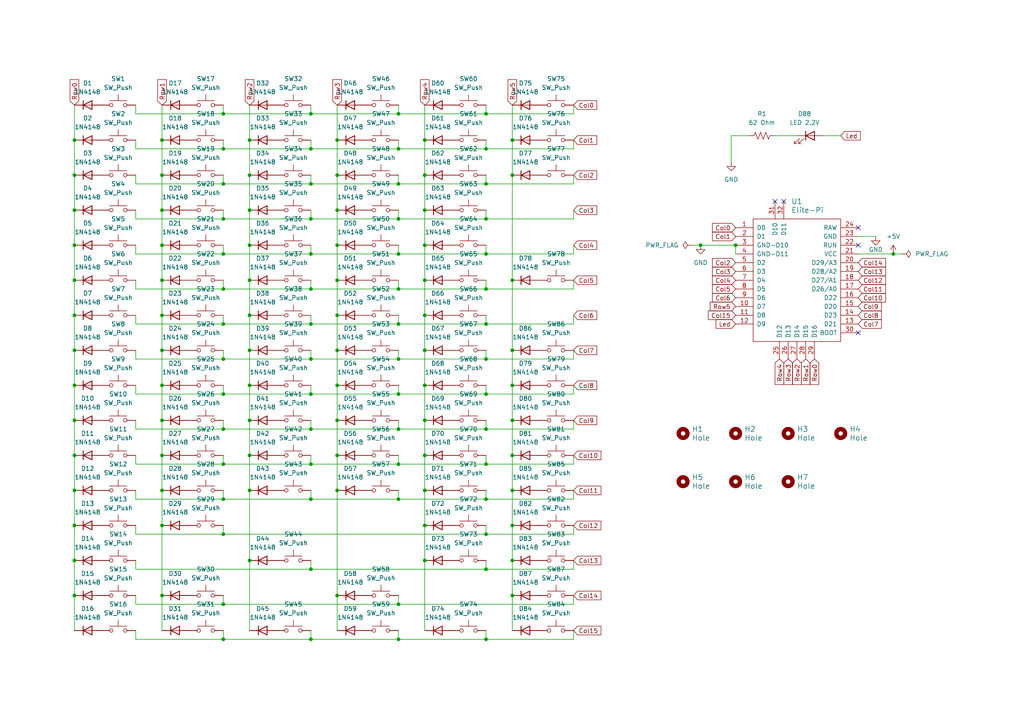
<source format=kicad_sch>
(kicad_sch (version 20250114) (generator "eeschema") (generator_version "9.0")
  (paper "A4")
  (title_block (title "Post-Mechanical Right Compact Py") (date "2025-06-28") (rev "1.2") (company "Quixotic Keyboards, LLC") (comment 2 "Redux for Maple Elite-Pi") (comment 3 "Moved U1 inboard for case clearance") (comment 4 "Add Caps Lock LED"))
  (lib_symbols
    (symbol "Device:LED" (pin_numbers (hide yes)) (pin_names (offset 1.016) (hide yes))
      (property "Reference" "D" (at 0 2.54 0))
      (property "Value" "LED" (at 0 -2.54 0))
      (symbol "LED_1_1"
        (pin passive line (at -3.81 0 0) (length 2.54) (name "K") (number "1"))
        (pin passive line (at 3.81 0 180) (length 2.54) (name "A") (number "2"))
      )
    )
    (symbol "Device:R_US" (pin_numbers (hide yes)) (pin_names (offset 0))
      (property "Reference" "R" (at 2.54 0 90))
      (property "Value" "R_US" (at -2.54 0 90))
      (symbol "R_US_1_1"
        (pin passive line (at 0 3.81 270) (length 1.27) (name "~") (number "1"))
        (pin passive line (at 0 -3.81 90) (length 1.27) (name "~") (number "2"))
      )
    )
    (symbol "Dholydai:Elite-Pi" (pin_names (offset 1.016))
      (property "Reference" "U" (at 0 -3.048 0))
      (property "Value" "Elite-Pi" (at -2.54 0 0))
      (symbol "Elite-Pi_1_1"
        (pin input line (at -17.78 13.97 0) (length 5.08) (name "D0") (number "1"))
        (pin input line (at -17.78 11.43 0) (length 5.08) (name "D1") (number "2"))
        (pin input line (at -17.78 8.89 0) (length 5.08) (name "GND-D10") (number "3"))
        (pin input line (at -17.78 6.35 0) (length 5.08) (name "GND-D11") (number "4"))
        (pin input line (at -17.78 3.81 0) (length 5.08) (name "D2") (number "5"))
        (pin input line (at -17.78 1.27 0) (length 5.08) (name "D3") (number "6"))
        (pin input line (at -17.78 -1.27 0) (length 5.08) (name "D4") (number "7"))
        (pin input line (at -17.78 -3.81 0) (length 5.08) (name "D5") (number "8"))
        (pin input line (at -17.78 -6.35 0) (length 5.08) (name "D6") (number "9"))
        (pin input line (at -17.78 -8.89 0) (length 5.08) (name "D7") (number "10"))
        (pin input line (at -17.78 -11.43 0) (length 5.08) (name "D8") (number "11"))
        (pin input line (at -17.78 -13.97 0) (length 5.08) (name "D9") (number "12"))
        (pin input line (at -6.35 21.59 270) (length 5.08) (name "D10") (number "31"))
        (pin input line (at -5.08 -24.13 90) (length 5.08) (name "D12") (number "25"))
        (pin input line (at -3.81 21.59 270) (length 5.08) (name "D11") (number "32"))
        (pin input line (at -2.54 -24.13 90) (length 5.08) (name "D13") (number "26"))
        (pin input line (at 0 -24.13 90) (length 5.08) (name "D14") (number "27"))
        (pin input line (at 2.54 -24.13 90) (length 5.08) (name "D15") (number "28"))
        (pin input line (at 5.08 -24.13 90) (length 5.08) (name "D16") (number "29"))
        (pin input line (at 17.78 13.97 180) (length 5.08) (name "RAW") (number "24"))
        (pin input line (at 17.78 11.43 180) (length 5.08) (name "GND") (number "23"))
        (pin input line (at 17.78 8.89 180) (length 5.08) (name "RUN") (number "22"))
        (pin input line (at 17.78 6.35 180) (length 5.08) (name "VCC") (number "21"))
        (pin input line (at 17.78 3.81 180) (length 5.08) (name "D29/A3") (number "20"))
        (pin input line (at 17.78 1.27 180) (length 5.08) (name "D28/A2") (number "19"))
        (pin input line (at 17.78 -1.27 180) (length 5.08) (name "D27/A1") (number "18"))
        (pin input line (at 17.78 -3.81 180) (length 5.08) (name "D26/A0") (number "17"))
        (pin input line (at 17.78 -6.35 180) (length 5.08) (name "D22") (number "16"))
        (pin input line (at 17.78 -8.89 180) (length 5.08) (name "D20") (number "15"))
        (pin input line (at 17.78 -11.43 180) (length 5.08) (name "D23") (number "14"))
        (pin input line (at 17.78 -13.97 180) (length 5.08) (name "D21") (number "13"))
        (pin input line (at 17.78 -16.51 180) (length 5.08) (name "BOOT") (number "30"))
      )
    )
    (symbol "Diode:1N4148" (pin_numbers (hide yes)) (pin_names (hide yes))
      (property "Reference" "D" (at 0 2.54 0))
      (property "Value" "1N4148" (at 0 -2.54 0))
      (symbol "1N4148_1_1"
        (pin passive line (at -3.81 0 0) (length 2.54) (name "K") (number "1"))
        (pin passive line (at 3.81 0 180) (length 2.54) (name "A") (number "2"))
      )
    )
    (symbol "Mechanical:MountingHole" (pin_names (offset 1.016)) (in_bom no)
      (property "Reference" "H" (at 0 5.08 0))
      (property "Value" "MountingHole" (at 0 3.175 0))
    )
    (symbol "Switch:SW_Push" (pin_numbers (hide yes)) (pin_names (offset 1.016) (hide yes))
      (property "Reference" "SW" (at 1.27 2.54 0))
      (property "Value" "SW_Push" (at 0 -1.524 0))
      (symbol "SW_Push_0_1"
        (pin passive line (at -5.08 0 0) (length 2.54) (name "1") (number "1"))
        (pin passive line (at 5.08 0 180) (length 2.54) (name "2") (number "2"))
      )
    )
    (symbol "power:+5V" (power) (pin_numbers (hide yes)) (pin_names (offset 0) (hide yes))
      (property "Value" "+5V" (at 0 3.556 0))
      (symbol "+5V_1_1"
        (pin power_in line (at 0 0 90) (length 0) (name "~") (number "1"))
      )
    )
    (symbol "power:GND" (power) (pin_numbers (hide yes)) (pin_names (offset 0) (hide yes))
      (property "Value" "GND" (at 0 -3.81 0))
      (symbol "GND_1_1"
        (pin power_in line (at 0 0 270) (length 0) (name "~") (number "1"))
      )
    )
    (symbol "power:PWR_FLAG" (power) (pin_numbers (hide yes)) (pin_names (offset 0) (hide yes))
      (property "Value" "PWR_FLAG" (at 0 3.81 0))
      (symbol "PWR_FLAG_0_0"
        (pin power_out line (at 0 0 90) (length 0) (name "~") (number "1"))
      )
    )
  )
  (junction (at 259.08 73.66))
  (junction (at 21.59 142.24))
  (junction (at 123.19 121.92))
  (junction (at 97.79 142.24))
  (junction (at 140.97 185.42))
  (junction (at 148.59 81.28))
  (junction (at 140.97 83.82))
  (junction (at 72.39 111.76))
  (junction (at 21.59 60.96))
  (junction (at 148.59 50.8))
  (junction (at 90.17 93.98))
  (junction (at 115.57 53.34))
  (junction (at 21.59 121.92))
  (junction (at 97.79 111.76))
  (junction (at 148.59 172.72))
  (junction (at 140.97 63.5))
  (junction (at 21.59 172.72))
  (junction (at 64.77 175.26))
  (junction (at 90.17 124.46))
  (junction (at 123.19 60.96))
  (junction (at 123.19 162.56))
  (junction (at 90.17 185.42))
  (junction (at 64.77 93.98))
  (junction (at 123.19 81.28))
  (junction (at 123.19 152.4))
  (junction (at 46.99 152.4))
  (junction (at 148.59 111.76))
  (junction (at 72.39 50.8))
  (junction (at 46.99 101.6))
  (junction (at 140.97 43.18))
  (junction (at 97.79 101.6))
  (junction (at 72.39 71.12))
  (junction (at 115.57 144.78))
  (junction (at 203.2 71.12))
  (junction (at 90.17 53.34))
  (junction (at 97.79 132.08))
  (junction (at 64.77 53.34))
  (junction (at 64.77 185.42))
  (junction (at 115.57 83.82))
  (junction (at 72.39 60.96))
  (junction (at 115.57 33.02))
  (junction (at 123.19 50.8))
  (junction (at 123.19 132.08))
  (junction (at 72.39 142.24))
  (junction (at 21.59 162.56))
  (junction (at 123.19 71.12))
  (junction (at 115.57 114.3))
  (junction (at 21.59 152.4))
  (junction (at 46.99 91.44))
  (junction (at 46.99 60.96))
  (junction (at 21.59 91.44))
  (junction (at 115.57 185.42))
  (junction (at 90.17 114.3))
  (junction (at 148.59 40.64))
  (junction (at 140.97 154.94))
  (junction (at 46.99 81.28))
  (junction (at 148.59 152.4))
  (junction (at 90.17 33.02))
  (junction (at 64.77 104.14))
  (junction (at 21.59 101.6))
  (junction (at 115.57 124.46))
  (junction (at 46.99 111.76))
  (junction (at 123.19 91.44))
  (junction (at 140.97 114.3))
  (junction (at 90.17 134.62))
  (junction (at 213.36 71.12))
  (junction (at 72.39 40.64))
  (junction (at 64.77 124.46))
  (junction (at 140.97 73.66))
  (junction (at 72.39 162.56))
  (junction (at 64.77 134.62))
  (junction (at 21.59 132.08))
  (junction (at 90.17 43.18))
  (junction (at 115.57 43.18))
  (junction (at 97.79 60.96))
  (junction (at 148.59 121.92))
  (junction (at 64.77 83.82))
  (junction (at 72.39 81.28))
  (junction (at 115.57 175.26))
  (junction (at 140.97 165.1))
  (junction (at 72.39 101.6))
  (junction (at 97.79 121.92))
  (junction (at 90.17 165.1))
  (junction (at 140.97 144.78))
  (junction (at 115.57 93.98))
  (junction (at 115.57 63.5))
  (junction (at 46.99 132.08))
  (junction (at 46.99 121.92))
  (junction (at 148.59 162.56))
  (junction (at 123.19 40.64))
  (junction (at 140.97 93.98))
  (junction (at 21.59 71.12))
  (junction (at 90.17 63.5))
  (junction (at 148.59 101.6))
  (junction (at 72.39 121.92))
  (junction (at 115.57 134.62))
  (junction (at 46.99 71.12))
  (junction (at 46.99 40.64))
  (junction (at 46.99 50.8))
  (junction (at 21.59 50.8))
  (junction (at 90.17 83.82))
  (junction (at 97.79 50.8))
  (junction (at 115.57 104.14))
  (junction (at 140.97 134.62))
  (junction (at 140.97 53.34))
  (junction (at 64.77 114.3))
  (junction (at 46.99 142.24))
  (junction (at 64.77 33.02))
  (junction (at 140.97 33.02))
  (junction (at 90.17 73.66))
  (junction (at 64.77 73.66))
  (junction (at 64.77 43.18))
  (junction (at 97.79 81.28))
  (junction (at 64.77 144.78))
  (junction (at 21.59 111.76))
  (junction (at 21.59 81.28))
  (junction (at 97.79 91.44))
  (junction (at 72.39 132.08))
  (junction (at 72.39 91.44))
  (junction (at 64.77 154.94))
  (junction (at 90.17 104.14))
  (junction (at 148.59 132.08))
  (junction (at 123.19 111.76))
  (junction (at 97.79 71.12))
  (junction (at 97.79 172.72))
  (junction (at 148.59 142.24))
  (junction (at 123.19 142.24))
  (junction (at 64.77 63.5))
  (junction (at 46.99 172.72))
  (junction (at 97.79 40.64))
  (junction (at 115.57 73.66))
  (junction (at 140.97 104.14))
  (junction (at 90.17 144.78))
  (junction (at 21.59 40.64))
  (junction (at 123.19 101.6))
  (junction (at 140.97 124.46))
  (no_connect (at 248.92 71.12))
  (no_connect (at 248.92 66.04))
  (no_connect (at 224.79 58.42))
  (no_connect (at 248.92 96.52))
  (no_connect (at 227.33 58.42))
  (wire (pts (xy 238.76 39.37) (xy 243.84 39.37)))
  (wire (pts (xy 97.79 101.6) (xy 97.79 111.76)))
  (wire (pts (xy 90.17 81.28) (xy 90.17 83.82)))
  (wire (pts (xy 90.17 83.82) (xy 115.57 83.82)))
  (wire (pts (xy 140.97 104.14) (xy 166.37 104.14)))
  (wire (pts (xy 72.39 91.44) (xy 72.39 101.6)))
  (wire (pts (xy 90.17 91.44) (xy 90.17 93.98)))
  (wire (pts (xy 115.57 142.24) (xy 115.57 144.78)))
  (wire (pts (xy 64.77 73.66) (xy 90.17 73.66)))
  (wire (pts (xy 90.17 104.14) (xy 115.57 104.14)))
  (wire (pts (xy 90.17 73.66) (xy 115.57 73.66)))
  (wire (pts (xy 97.79 71.12) (xy 97.79 81.28)))
  (wire (pts (xy 64.77 53.34) (xy 90.17 53.34)))
  (wire (pts (xy 123.19 162.56) (xy 123.19 182.88)))
  (wire (pts (xy 166.37 111.76) (xy 166.37 114.3)))
  (wire (pts (xy 39.37 53.34) (xy 64.77 53.34)))
  (wire (pts (xy 46.99 40.64) (xy 46.99 50.8)))
  (wire (pts (xy 46.99 121.92) (xy 46.99 132.08)))
  (wire (pts (xy 39.37 172.72) (xy 39.37 175.26)))
  (wire (pts (xy 140.97 71.12) (xy 140.97 73.66)))
  (wire (pts (xy 123.19 121.92) (xy 123.19 132.08)))
  (wire (pts (xy 123.19 132.08) (xy 123.19 142.24)))
  (wire (pts (xy 140.97 81.28) (xy 140.97 83.82)))
  (wire (pts (xy 46.99 91.44) (xy 46.99 101.6)))
  (wire (pts (xy 21.59 142.24) (xy 21.59 152.4)))
  (wire (pts (xy 39.37 81.28) (xy 39.37 83.82)))
  (wire (pts (xy 64.77 81.28) (xy 64.77 83.82)))
  (wire (pts (xy 140.97 60.96) (xy 140.97 63.5)))
  (wire (pts (xy 115.57 132.08) (xy 115.57 134.62)))
  (wire (pts (xy 39.37 182.88) (xy 39.37 185.42)))
  (wire (pts (xy 39.37 165.1) (xy 90.17 165.1)))
  (wire (pts (xy 21.59 162.56) (xy 21.59 172.72)))
  (wire (pts (xy 213.36 71.12) (xy 213.36 73.66)))
  (wire (pts (xy 115.57 134.62) (xy 140.97 134.62)))
  (wire (pts (xy 39.37 134.62) (xy 64.77 134.62)))
  (wire (pts (xy 72.39 81.28) (xy 72.39 91.44)))
  (wire (pts (xy 90.17 124.46) (xy 115.57 124.46)))
  (wire (pts (xy 166.37 162.56) (xy 166.37 165.1)))
  (wire (pts (xy 72.39 101.6) (xy 72.39 111.76)))
  (wire (pts (xy 39.37 152.4) (xy 39.37 154.94)))
  (wire (pts (xy 64.77 172.72) (xy 64.77 175.26)))
  (wire (pts (xy 123.19 30.48) (xy 123.19 40.64)))
  (wire (pts (xy 166.37 142.24) (xy 166.37 144.78)))
  (wire (pts (xy 140.97 93.98) (xy 166.37 93.98)))
  (wire (pts (xy 90.17 185.42) (xy 115.57 185.42)))
  (wire (pts (xy 72.39 111.76) (xy 72.39 121.92)))
  (wire (pts (xy 115.57 111.76) (xy 115.57 114.3)))
  (wire (pts (xy 46.99 111.76) (xy 46.99 121.92)))
  (wire (pts (xy 90.17 165.1) (xy 140.97 165.1)))
  (wire (pts (xy 90.17 50.8) (xy 90.17 53.34)))
  (wire (pts (xy 39.37 40.64) (xy 39.37 43.18)))
  (wire (pts (xy 90.17 53.34) (xy 115.57 53.34)))
  (wire (pts (xy 97.79 111.76) (xy 97.79 121.92)))
  (wire (pts (xy 64.77 63.5) (xy 90.17 63.5)))
  (wire (pts (xy 166.37 101.6) (xy 166.37 104.14)))
  (wire (pts (xy 39.37 185.42) (xy 64.77 185.42)))
  (wire (pts (xy 46.99 172.72) (xy 46.99 182.88)))
  (wire (pts (xy 64.77 93.98) (xy 90.17 93.98)))
  (wire (pts (xy 64.77 104.14) (xy 90.17 104.14)))
  (wire (pts (xy 39.37 175.26) (xy 64.77 175.26)))
  (wire (pts (xy 72.39 50.8) (xy 72.39 60.96)))
  (wire (pts (xy 21.59 111.76) (xy 21.59 121.92)))
  (wire (pts (xy 166.37 30.48) (xy 166.37 33.02)))
  (wire (pts (xy 21.59 50.8) (xy 21.59 60.96)))
  (wire (pts (xy 21.59 30.48) (xy 21.59 40.64)))
  (wire (pts (xy 90.17 121.92) (xy 90.17 124.46)))
  (wire (pts (xy 64.77 175.26) (xy 115.57 175.26)))
  (wire (pts (xy 64.77 40.64) (xy 64.77 43.18)))
  (wire (pts (xy 39.37 154.94) (xy 64.77 154.94)))
  (wire (pts (xy 115.57 33.02) (xy 140.97 33.02)))
  (wire (pts (xy 140.97 53.34) (xy 166.37 53.34)))
  (wire (pts (xy 39.37 93.98) (xy 64.77 93.98)))
  (wire (pts (xy 148.59 121.92) (xy 148.59 132.08)))
  (wire (pts (xy 72.39 142.24) (xy 72.39 162.56)))
  (wire (pts (xy 46.99 71.12) (xy 46.99 81.28)))
  (wire (pts (xy 39.37 111.76) (xy 39.37 114.3)))
  (wire (pts (xy 140.97 162.56) (xy 140.97 165.1)))
  (wire (pts (xy 46.99 142.24) (xy 46.99 152.4)))
  (wire (pts (xy 21.59 132.08) (xy 21.59 142.24)))
  (wire (pts (xy 140.97 121.92) (xy 140.97 124.46)))
  (wire (pts (xy 115.57 91.44) (xy 115.57 93.98)))
  (wire (pts (xy 140.97 152.4) (xy 140.97 154.94)))
  (wire (pts (xy 140.97 63.5) (xy 166.37 63.5)))
  (wire (pts (xy 248.92 73.66) (xy 259.08 73.66)))
  (wire (pts (xy 140.97 91.44) (xy 140.97 93.98)))
  (wire (pts (xy 64.77 83.82) (xy 90.17 83.82)))
  (wire (pts (xy 148.59 111.76) (xy 148.59 121.92)))
  (wire (pts (xy 200.66 71.12) (xy 203.2 71.12)))
  (wire (pts (xy 90.17 30.48) (xy 90.17 33.02)))
  (wire (pts (xy 115.57 71.12) (xy 115.57 73.66)))
  (wire (pts (xy 90.17 71.12) (xy 90.17 73.66)))
  (wire (pts (xy 115.57 81.28) (xy 115.57 83.82)))
  (wire (pts (xy 39.37 142.24) (xy 39.37 144.78)))
  (wire (pts (xy 64.77 132.08) (xy 64.77 134.62)))
  (wire (pts (xy 148.59 162.56) (xy 148.59 172.72)))
  (wire (pts (xy 72.39 60.96) (xy 72.39 71.12)))
  (wire (pts (xy 39.37 33.02) (xy 64.77 33.02)))
  (wire (pts (xy 166.37 71.12) (xy 166.37 73.66)))
  (wire (pts (xy 64.77 154.94) (xy 140.97 154.94)))
  (wire (pts (xy 148.59 142.24) (xy 148.59 152.4)))
  (wire (pts (xy 115.57 124.46) (xy 140.97 124.46)))
  (wire (pts (xy 115.57 182.88) (xy 115.57 185.42)))
  (wire (pts (xy 46.99 132.08) (xy 46.99 142.24)))
  (wire (pts (xy 90.17 43.18) (xy 115.57 43.18)))
  (wire (pts (xy 140.97 33.02) (xy 166.37 33.02)))
  (wire (pts (xy 72.39 71.12) (xy 72.39 81.28)))
  (wire (pts (xy 39.37 83.82) (xy 64.77 83.82)))
  (wire (pts (xy 123.19 111.76) (xy 123.19 121.92)))
  (wire (pts (xy 261.62 73.66) (xy 259.08 73.66)))
  (wire (pts (xy 166.37 40.64) (xy 166.37 43.18)))
  (wire (pts (xy 140.97 154.94) (xy 166.37 154.94)))
  (wire (pts (xy 140.97 134.62) (xy 166.37 134.62)))
  (wire (pts (xy 140.97 43.18) (xy 166.37 43.18)))
  (wire (pts (xy 115.57 60.96) (xy 115.57 63.5)))
  (wire (pts (xy 39.37 124.46) (xy 64.77 124.46)))
  (wire (pts (xy 140.97 182.88) (xy 140.97 185.42)))
  (wire (pts (xy 64.77 124.46) (xy 90.17 124.46)))
  (wire (pts (xy 72.39 40.64) (xy 72.39 50.8)))
  (wire (pts (xy 64.77 144.78) (xy 90.17 144.78)))
  (wire (pts (xy 39.37 101.6) (xy 39.37 104.14)))
  (wire (pts (xy 123.19 152.4) (xy 123.19 162.56)))
  (wire (pts (xy 46.99 50.8) (xy 46.99 60.96)))
  (wire (pts (xy 72.39 162.56) (xy 72.39 182.88)))
  (wire (pts (xy 39.37 114.3) (xy 64.77 114.3)))
  (wire (pts (xy 64.77 71.12) (xy 64.77 73.66)))
  (wire (pts (xy 64.77 91.44) (xy 64.77 93.98)))
  (wire (pts (xy 46.99 101.6) (xy 46.99 111.76)))
  (wire (pts (xy 90.17 142.24) (xy 90.17 144.78)))
  (wire (pts (xy 166.37 50.8) (xy 166.37 53.34)))
  (wire (pts (xy 39.37 144.78) (xy 64.77 144.78)))
  (wire (pts (xy 140.97 83.82) (xy 115.57 83.82)))
  (wire (pts (xy 212.09 39.37) (xy 212.09 46.99)))
  (wire (pts (xy 140.97 73.66) (xy 166.37 73.66)))
  (wire (pts (xy 115.57 43.18) (xy 140.97 43.18)))
  (wire (pts (xy 21.59 40.64) (xy 21.59 50.8)))
  (wire (pts (xy 39.37 30.48) (xy 39.37 33.02)))
  (wire (pts (xy 97.79 142.24) (xy 97.79 172.72)))
  (wire (pts (xy 64.77 33.02) (xy 90.17 33.02)))
  (wire (pts (xy 21.59 71.12) (xy 21.59 81.28)))
  (wire (pts (xy 123.19 81.28) (xy 123.19 91.44)))
  (wire (pts (xy 148.59 50.8) (xy 148.59 81.28)))
  (wire (pts (xy 140.97 30.48) (xy 140.97 33.02)))
  (wire (pts (xy 39.37 162.56) (xy 39.37 165.1)))
  (wire (pts (xy 148.59 101.6) (xy 148.59 111.76)))
  (wire (pts (xy 97.79 50.8) (xy 97.79 60.96)))
  (wire (pts (xy 90.17 144.78) (xy 115.57 144.78)))
  (wire (pts (xy 46.99 152.4) (xy 46.99 172.72)))
  (wire (pts (xy 115.57 50.8) (xy 115.57 53.34)))
  (wire (pts (xy 90.17 132.08) (xy 90.17 134.62)))
  (wire (pts (xy 140.97 40.64) (xy 140.97 43.18)))
  (wire (pts (xy 90.17 101.6) (xy 90.17 104.14)))
  (wire (pts (xy 140.97 142.24) (xy 140.97 144.78)))
  (wire (pts (xy 166.37 81.28) (xy 166.37 83.82)))
  (wire (pts (xy 64.77 43.18) (xy 90.17 43.18)))
  (wire (pts (xy 115.57 185.42) (xy 140.97 185.42)))
  (wire (pts (xy 39.37 63.5) (xy 64.77 63.5)))
  (wire (pts (xy 64.77 114.3) (xy 90.17 114.3)))
  (wire (pts (xy 123.19 40.64) (xy 123.19 50.8)))
  (wire (pts (xy 64.77 142.24) (xy 64.77 144.78)))
  (wire (pts (xy 21.59 152.4) (xy 21.59 162.56)))
  (wire (pts (xy 90.17 182.88) (xy 90.17 185.42)))
  (wire (pts (xy 64.77 50.8) (xy 64.77 53.34)))
  (wire (pts (xy 21.59 121.92) (xy 21.59 132.08)))
  (wire (pts (xy 123.19 50.8) (xy 123.19 60.96)))
  (wire (pts (xy 166.37 91.44) (xy 166.37 93.98)))
  (wire (pts (xy 115.57 73.66) (xy 140.97 73.66)))
  (wire (pts (xy 140.97 132.08) (xy 140.97 134.62)))
  (wire (pts (xy 148.59 30.48) (xy 148.59 40.64)))
  (wire (pts (xy 90.17 33.02) (xy 115.57 33.02)))
  (wire (pts (xy 97.79 30.48) (xy 97.79 40.64)))
  (wire (pts (xy 97.79 121.92) (xy 97.79 132.08)))
  (wire (pts (xy 64.77 30.48) (xy 64.77 33.02)))
  (wire (pts (xy 90.17 63.5) (xy 115.57 63.5)))
  (wire (pts (xy 140.97 185.42) (xy 166.37 185.42)))
  (wire (pts (xy 46.99 30.48) (xy 46.99 40.64)))
  (wire (pts (xy 115.57 101.6) (xy 115.57 104.14)))
  (wire (pts (xy 39.37 71.12) (xy 39.37 73.66)))
  (wire (pts (xy 123.19 101.6) (xy 123.19 111.76)))
  (wire (pts (xy 39.37 73.66) (xy 64.77 73.66)))
  (wire (pts (xy 123.19 60.96) (xy 123.19 71.12)))
  (wire (pts (xy 123.19 71.12) (xy 123.19 81.28)))
  (wire (pts (xy 64.77 134.62) (xy 90.17 134.62)))
  (wire (pts (xy 90.17 111.76) (xy 90.17 114.3)))
  (wire (pts (xy 97.79 40.64) (xy 97.79 50.8)))
  (wire (pts (xy 39.37 91.44) (xy 39.37 93.98)))
  (wire (pts (xy 115.57 53.34) (xy 140.97 53.34)))
  (wire (pts (xy 115.57 63.5) (xy 140.97 63.5)))
  (wire (pts (xy 97.79 60.96) (xy 97.79 71.12)))
  (wire (pts (xy 90.17 60.96) (xy 90.17 63.5)))
  (wire (pts (xy 39.37 121.92) (xy 39.37 124.46)))
  (wire (pts (xy 115.57 30.48) (xy 115.57 33.02)))
  (wire (pts (xy 97.79 81.28) (xy 97.79 91.44)))
  (wire (pts (xy 148.59 172.72) (xy 148.59 182.88)))
  (wire (pts (xy 72.39 132.08) (xy 72.39 142.24)))
  (wire (pts (xy 115.57 144.78) (xy 140.97 144.78)))
  (wire (pts (xy 64.77 152.4) (xy 64.77 154.94)))
  (wire (pts (xy 140.97 111.76) (xy 140.97 114.3)))
  (wire (pts (xy 21.59 81.28) (xy 21.59 91.44)))
  (wire (pts (xy 248.92 68.58) (xy 254 68.58)))
  (wire (pts (xy 166.37 121.92) (xy 166.37 124.46)))
  (wire (pts (xy 64.77 111.76) (xy 64.77 114.3)))
  (wire (pts (xy 115.57 104.14) (xy 140.97 104.14)))
  (wire (pts (xy 140.97 83.82) (xy 166.37 83.82)))
  (wire (pts (xy 21.59 101.6) (xy 21.59 111.76)))
  (wire (pts (xy 21.59 91.44) (xy 21.59 101.6)))
  (wire (pts (xy 64.77 60.96) (xy 64.77 63.5)))
  (wire (pts (xy 148.59 132.08) (xy 148.59 142.24)))
  (wire (pts (xy 97.79 132.08) (xy 97.79 142.24)))
  (wire (pts (xy 140.97 114.3) (xy 166.37 114.3)))
  (wire (pts (xy 72.39 30.48) (xy 72.39 40.64)))
  (wire (pts (xy 140.97 124.46) (xy 166.37 124.46)))
  (wire (pts (xy 166.37 132.08) (xy 166.37 134.62)))
  (wire (pts (xy 90.17 134.62) (xy 115.57 134.62)))
  (wire (pts (xy 123.19 91.44) (xy 123.19 101.6)))
  (wire (pts (xy 224.79 39.37) (xy 231.14 39.37)))
  (wire (pts (xy 72.39 121.92) (xy 72.39 132.08)))
  (wire (pts (xy 64.77 182.88) (xy 64.77 185.42)))
  (wire (pts (xy 115.57 40.64) (xy 115.57 43.18)))
  (wire (pts (xy 115.57 93.98) (xy 140.97 93.98)))
  (wire (pts (xy 166.37 60.96) (xy 166.37 63.5)))
  (wire (pts (xy 217.17 39.37) (xy 212.09 39.37)))
  (wire (pts (xy 166.37 152.4) (xy 166.37 154.94)))
  (wire (pts (xy 123.19 142.24) (xy 123.19 152.4)))
  (wire (pts (xy 90.17 114.3) (xy 115.57 114.3)))
  (wire (pts (xy 140.97 165.1) (xy 166.37 165.1)))
  (wire (pts (xy 39.37 104.14) (xy 64.77 104.14)))
  (wire (pts (xy 90.17 40.64) (xy 90.17 43.18)))
  (wire (pts (xy 39.37 132.08) (xy 39.37 134.62)))
  (wire (pts (xy 64.77 185.42) (xy 90.17 185.42)))
  (wire (pts (xy 90.17 93.98) (xy 115.57 93.98)))
  (wire (pts (xy 115.57 121.92) (xy 115.57 124.46)))
  (wire (pts (xy 64.77 101.6) (xy 64.77 104.14)))
  (wire (pts (xy 39.37 43.18) (xy 64.77 43.18)))
  (wire (pts (xy 115.57 175.26) (xy 166.37 175.26)))
  (wire (pts (xy 21.59 172.72) (xy 21.59 182.88)))
  (wire (pts (xy 46.99 60.96) (xy 46.99 71.12)))
  (wire (pts (xy 140.97 101.6) (xy 140.97 104.14)))
  (wire (pts (xy 97.79 91.44) (xy 97.79 101.6)))
  (wire (pts (xy 166.37 172.72) (xy 166.37 175.26)))
  (wire (pts (xy 39.37 50.8) (xy 39.37 53.34)))
  (wire (pts (xy 148.59 81.28) (xy 148.59 101.6)))
  (wire (pts (xy 21.59 60.96) (xy 21.59 71.12)))
  (wire (pts (xy 97.79 172.72) (xy 97.79 182.88)))
  (wire (pts (xy 39.37 60.96) (xy 39.37 63.5)))
  (wire (pts (xy 140.97 144.78) (xy 166.37 144.78)))
  (wire (pts (xy 115.57 114.3) (xy 140.97 114.3)))
  (wire (pts (xy 64.77 121.92) (xy 64.77 124.46)))
  (wire (pts (xy 148.59 152.4) (xy 148.59 162.56)))
  (wire (pts (xy 140.97 50.8) (xy 140.97 53.34)))
  (wire (pts (xy 90.17 162.56) (xy 90.17 165.1)))
  (wire (pts (xy 148.59 40.64) (xy 148.59 50.8)))
  (wire (pts (xy 46.99 81.28) (xy 46.99 91.44)))
  (wire (pts (xy 166.37 182.88) (xy 166.37 185.42)))
  (wire (pts (xy 115.57 172.72) (xy 115.57 175.26)))
  (wire (pts (xy 203.2 71.12) (xy 213.36 71.12)))
  (global_label "Col3" (shape input) (at 213.36 78.74 180) (property "Intersheetrefs" "${INTERSHEET_REFS}" (effects (hide yes))))
  (global_label "Led" (shape input) (at 243.84 39.37 0) (property "Intersheetrefs" "${INTERSHEET_REFS}" (effects (hide yes))))
  (global_label "Col7" (shape input) (at 166.37 101.6 0) (property "Intersheetrefs" "${INTERSHEET_REFS}" (effects (hide yes))))
  (global_label "Col12" (shape input) (at 248.92 81.28 0) (property "Intersheetrefs" "${INTERSHEET_REFS}" (effects (hide yes))))
  (global_label "Row4" (shape input) (at 123.19 30.48 90) (property "Intersheetrefs" "${INTERSHEET_REFS}" (effects (hide yes))))
  (global_label "Row1" (shape input) (at 46.99 30.48 90) (property "Intersheetrefs" "${INTERSHEET_REFS}" (effects (hide yes))))
  (global_label "Col12" (shape input) (at 166.37 152.4 0) (property "Intersheetrefs" "${INTERSHEET_REFS}" (effects (hide yes))))
  (global_label "Col14" (shape input) (at 248.92 76.2 0) (property "Intersheetrefs" "${INTERSHEET_REFS}" (effects (hide yes))))
  (global_label "Row5" (shape input) (at 148.59 30.48 90) (property "Intersheetrefs" "${INTERSHEET_REFS}" (effects (hide yes))))
  (global_label "Col4" (shape input) (at 166.37 71.12 0) (property "Intersheetrefs" "${INTERSHEET_REFS}" (effects (hide yes))))
  (global_label "Col9" (shape input) (at 166.37 121.92 0) (property "Intersheetrefs" "${INTERSHEET_REFS}" (effects (hide yes))))
  (global_label "Row2" (shape input) (at 231.14 104.14 270) (property "Intersheetrefs" "${INTERSHEET_REFS}" (effects (hide yes))))
  (global_label "Col4" (shape input) (at 213.36 81.28 180) (property "Intersheetrefs" "${INTERSHEET_REFS}" (effects (hide yes))))
  (global_label "Row4" (shape input) (at 226.06 104.14 270) (property "Intersheetrefs" "${INTERSHEET_REFS}" (effects (hide yes))))
  (global_label "Col3" (shape input) (at 166.37 60.96 0) (property "Intersheetrefs" "${INTERSHEET_REFS}" (effects (hide yes))))
  (global_label "Col1" (shape input) (at 166.37 40.64 0) (property "Intersheetrefs" "${INTERSHEET_REFS}" (effects (hide yes))))
  (global_label "Led" (shape input) (at 213.36 93.98 180) (property "Intersheetrefs" "${INTERSHEET_REFS}" (effects (hide yes))))
  (global_label "Col14" (shape input) (at 166.37 172.72 0) (property "Intersheetrefs" "${INTERSHEET_REFS}" (effects (hide yes))))
  (global_label "Col2" (shape input) (at 213.36 76.2 180) (property "Intersheetrefs" "${INTERSHEET_REFS}" (effects (hide yes))))
  (global_label "Col10" (shape input) (at 166.37 132.08 0) (property "Intersheetrefs" "${INTERSHEET_REFS}" (effects (hide yes))))
  (global_label "Row0" (shape input) (at 236.22 104.14 270) (property "Intersheetrefs" "${INTERSHEET_REFS}" (effects (hide yes))))
  (global_label "Col5" (shape input) (at 213.36 83.82 180) (property "Intersheetrefs" "${INTERSHEET_REFS}" (effects (hide yes))))
  (global_label "Col0" (shape input) (at 166.37 30.48 0) (property "Intersheetrefs" "${INTERSHEET_REFS}" (effects (hide yes))))
  (global_label "Col0" (shape input) (at 213.36 66.04 180) (property "Intersheetrefs" "${INTERSHEET_REFS}" (effects (hide yes))))
  (global_label "Col1" (shape input) (at 213.36 68.58 180) (property "Intersheetrefs" "${INTERSHEET_REFS}" (effects (hide yes))))
  (global_label "Row3" (shape input) (at 97.79 30.48 90) (property "Intersheetrefs" "${INTERSHEET_REFS}" (effects (hide yes))))
  (global_label "Col5" (shape input) (at 166.37 81.28 0) (property "Intersheetrefs" "${INTERSHEET_REFS}" (effects (hide yes))))
  (global_label "Col15" (shape input) (at 213.36 91.44 180) (property "Intersheetrefs" "${INTERSHEET_REFS}" (effects (hide yes))))
  (global_label "Row2" (shape input) (at 72.39 30.48 90) (property "Intersheetrefs" "${INTERSHEET_REFS}" (effects (hide yes))))
  (global_label "Row0" (shape input) (at 21.59 30.48 90) (property "Intersheetrefs" "${INTERSHEET_REFS}" (effects (hide yes))))
  (global_label "Col8" (shape input) (at 248.92 91.44 0) (property "Intersheetrefs" "${INTERSHEET_REFS}" (effects (hide yes))))
  (global_label "Col11" (shape input) (at 248.92 83.82 0) (property "Intersheetrefs" "${INTERSHEET_REFS}" (effects (hide yes))))
  (global_label "Row1" (shape input) (at 233.68 104.14 270) (property "Intersheetrefs" "${INTERSHEET_REFS}" (effects (hide yes))))
  (global_label "Col10" (shape input) (at 248.92 86.36 0) (property "Intersheetrefs" "${INTERSHEET_REFS}" (effects (hide yes))))
  (global_label "Col9" (shape input) (at 248.92 88.9 0) (property "Intersheetrefs" "${INTERSHEET_REFS}" (effects (hide yes))))
  (global_label "Col11" (shape input) (at 166.37 142.24 0) (property "Intersheetrefs" "${INTERSHEET_REFS}" (effects (hide yes))))
  (global_label "Col13" (shape input) (at 248.92 78.74 0) (property "Intersheetrefs" "${INTERSHEET_REFS}" (effects (hide yes))))
  (global_label "Row3" (shape input) (at 228.6 104.14 270) (property "Intersheetrefs" "${INTERSHEET_REFS}" (effects (hide yes))))
  (global_label "Col8" (shape input) (at 166.37 111.76 0) (property "Intersheetrefs" "${INTERSHEET_REFS}" (effects (hide yes))))
  (global_label "Col15" (shape input) (at 166.37 182.88 0) (property "Intersheetrefs" "${INTERSHEET_REFS}" (effects (hide yes))))
  (global_label "Col6" (shape input) (at 166.37 91.44 0) (property "Intersheetrefs" "${INTERSHEET_REFS}" (effects (hide yes))))
  (global_label "Col6" (shape input) (at 213.36 86.36 180) (property "Intersheetrefs" "${INTERSHEET_REFS}" (effects (hide yes))))
  (global_label "Col7" (shape input) (at 248.92 93.98 0) (property "Intersheetrefs" "${INTERSHEET_REFS}" (effects (hide yes))))
  (global_label "Row5" (shape input) (at 213.36 88.9 180) (property "Intersheetrefs" "${INTERSHEET_REFS}" (effects (hide yes))))
  (global_label "Col13" (shape input) (at 166.37 162.56 0) (property "Intersheetrefs" "${INTERSHEET_REFS}" (effects (hide yes))))
  (global_label "Col2" (shape input) (at 166.37 50.8 0) (property "Intersheetrefs" "${INTERSHEET_REFS}" (effects (hide yes))))
  (symbol (lib_id "Device:R_US") (at 220.98 39.37 90) (unit 1)
    (property "Reference" "R1" (at 220.98 33.02 90))
    (property "Value" "62 Ohm" (at 220.98 35.56 90))
    (property "Footprint" "Resistor_THT:R_Axial_DIN0207_L6.3mm_D2.5mm_P10.16mm_Horizontal" (effects (hide yes)))
    (property "Description" "Resistor, US symbol" (effects (hide yes)))
  )
  (symbol (lib_id "Diode:1N4148") (at 50.8 142.24 0) (unit 1)
    (property "Reference" "D28" (at 50.8 135.89 0))
    (property "Value" "1N4148" (at 50.8 138.43 0))
    (property "Footprint" "Diode_THT:D_DO-35_SOD27_P7.62mm_Horizontal" (effects (hide yes)))
    (property "Datasheet" "https://assets.nexperia.com/documents/data-sheet/1N4148_1N4448.pdf" (effects (hide yes)))
    (property "Description" "100V 0.15A standard switching diode, DO-35" (effects (hide yes)))
    (property "Sim.Device" "D" (effects (hide yes)))
    (property "Sim.Pins" "1=K 2=A" (effects (hide yes)))
  )
  (symbol (lib_id "Switch:SW_Push") (at 85.09 182.88 0) (unit 1)
    (property "Reference" "SW45" (at 85.09 175.26 0))
    (property "Value" "SW_Push" (at 85.09 177.8 0))
    (property "Footprint" "Button_Switch_Keyboard:SW_Cherry_MX_1.00u_PCB" (effects (hide yes)))
    (property "Description" "Push button switch, generic, two pins" (effects (hide yes)))
  )
  (symbol (lib_id "Diode:1N4148") (at 101.6 40.64 0) (unit 1)
    (property "Reference" "D47" (at 101.6 34.29 0))
    (property "Value" "1N4148" (at 101.6 36.83 0))
    (property "Footprint" "Diode_THT:D_DO-35_SOD27_P7.62mm_Horizontal" (effects (hide yes)))
    (property "Datasheet" "https://assets.nexperia.com/documents/data-sheet/1N4148_1N4448.pdf" (effects (hide yes)))
    (property "Description" "100V 0.15A standard switching diode, DO-35" (effects (hide yes)))
    (property "Sim.Device" "D" (effects (hide yes)))
    (property "Sim.Pins" "1=K 2=A" (effects (hide yes)))
  )
  (symbol (lib_id "Diode:1N4148") (at 127 111.76 0) (unit 1)
    (property "Reference" "D68" (at 127 105.41 0))
    (property "Value" "1N4148" (at 127 107.95 0))
    (property "Footprint" "Diode_THT:D_DO-35_SOD27_P7.62mm_Horizontal" (effects (hide yes)))
    (property "Datasheet" "https://assets.nexperia.com/documents/data-sheet/1N4148_1N4448.pdf" (effects (hide yes)))
    (property "Description" "100V 0.15A standard switching diode, DO-35" (effects (hide yes)))
    (property "Sim.Device" "D" (effects (hide yes)))
    (property "Sim.Pins" "1=K 2=A" (effects (hide yes)))
  )
  (symbol (lib_id "Diode:1N4148") (at 152.4 152.4 0) (unit 1)
    (property "Reference" "D82" (at 152.4 146.05 0))
    (property "Value" "1N4148" (at 152.4 148.59 0))
    (property "Footprint" "Diode_THT:D_DO-35_SOD27_P7.62mm_Horizontal" (effects (hide yes)))
    (property "Datasheet" "https://assets.nexperia.com/documents/data-sheet/1N4148_1N4448.pdf" (effects (hide yes)))
    (property "Description" "100V 0.15A standard switching diode, DO-35" (effects (hide yes)))
    (property "Sim.Device" "D" (effects (hide yes)))
    (property "Sim.Pins" "1=K 2=A" (effects (hide yes)))
  )
  (symbol (lib_id "power:GND") (at 203.2 71.12 0) (unit 1)
    (property "Reference" "#PWR01" (effects (hide yes)))
    (property "Value" "GND" (at 203.2 76.2 0))
    (property "Description" "Power symbol creates a global label with name \"GND\" , ground" (effects (hide yes)))
  )
  (symbol (lib_id "Switch:SW_Push") (at 59.69 182.88 0) (unit 1)
    (property "Reference" "SW31" (at 59.69 175.26 0))
    (property "Value" "SW_Push" (at 59.69 177.8 0))
    (property "Footprint" "Button_Switch_Keyboard:SW_Cherry_MX_1.00u_PCB" (effects (hide yes)))
    (property "Description" "Push button switch, generic, two pins" (effects (hide yes)))
  )
  (symbol (lib_id "Switch:SW_Push") (at 85.09 40.64 0) (unit 1)
    (property "Reference" "SW33" (at 85.09 33.02 0))
    (property "Value" "SW_Push" (at 85.09 35.56 0))
    (property "Footprint" "Button_Switch_Keyboard:SW_Cherry_MX_1.00u_PCB" (effects (hide yes)))
    (property "Description" "Push button switch, generic, two pins" (effects (hide yes)))
  )
  (symbol (lib_id "Switch:SW_Push") (at 161.29 40.64 0) (unit 1)
    (property "Reference" "SW76" (at 161.29 33.02 0))
    (property "Value" "SW_Push" (at 161.29 35.56 0))
    (property "Footprint" "Button_Switch_Keyboard:SW_Cherry_MX_1.00u_PCB" (effects (hide yes)))
    (property "Description" "Push button switch, generic, two pins" (effects (hide yes)))
  )
  (symbol (lib_id "Switch:SW_Push") (at 161.29 132.08 0) (unit 1)
    (property "Reference" "SW81" (at 161.29 124.46 0))
    (property "Value" "SW_Push" (at 161.29 127 0))
    (property "Footprint" "Button_Switch_Keyboard:SW_Cherry_MX_1.00u_PCB" (effects (hide yes)))
    (property "Description" "Push button switch, generic, two pins" (effects (hide yes)))
  )
  (symbol (lib_id "Switch:SW_Push") (at 85.09 91.44 0) (unit 1)
    (property "Reference" "SW38" (at 85.09 83.82 0))
    (property "Value" "SW_Push" (at 85.09 86.36 0))
    (property "Footprint" "Button_Switch_Keyboard:SW_Cherry_MX_1.00u_PCB" (effects (hide yes)))
    (property "Description" "Push button switch, generic, two pins" (effects (hide yes)))
  )
  (symbol (lib_id "Diode:1N4148") (at 50.8 91.44 0) (unit 1)
    (property "Reference" "D23" (at 50.8 85.09 0))
    (property "Value" "1N4148" (at 50.8 87.63 0))
    (property "Footprint" "Diode_THT:D_DO-35_SOD27_P7.62mm_Horizontal" (effects (hide yes)))
    (property "Datasheet" "https://assets.nexperia.com/documents/data-sheet/1N4148_1N4448.pdf" (effects (hide yes)))
    (property "Description" "100V 0.15A standard switching diode, DO-35" (effects (hide yes)))
    (property "Sim.Device" "D" (effects (hide yes)))
    (property "Sim.Pins" "1=K 2=A" (effects (hide yes)))
  )
  (symbol (lib_id "Switch:SW_Push") (at 59.69 152.4 0) (unit 1)
    (property "Reference" "SW29" (at 59.69 144.78 0))
    (property "Value" "SW_Push" (at 59.69 147.32 0))
    (property "Footprint" "Button_Switch_Keyboard:SW_Cherry_MX_1.00u_PCB" (effects (hide yes)))
    (property "Description" "Push button switch, generic, two pins" (effects (hide yes)))
  )
  (symbol (lib_id "Diode:1N4148") (at 76.2 142.24 0) (unit 1)
    (property "Reference" "D43" (at 76.2 135.89 0))
    (property "Value" "1N4148" (at 76.2 138.43 0))
    (property "Footprint" "Diode_THT:D_DO-35_SOD27_P7.62mm_Horizontal" (effects (hide yes)))
    (property "Datasheet" "https://assets.nexperia.com/documents/data-sheet/1N4148_1N4448.pdf" (effects (hide yes)))
    (property "Description" "100V 0.15A standard switching diode, DO-35" (effects (hide yes)))
    (property "Sim.Device" "D" (effects (hide yes)))
    (property "Sim.Pins" "1=K 2=A" (effects (hide yes)))
  )
  (symbol (lib_id "Diode:1N4148") (at 25.4 60.96 0) (unit 1)
    (property "Reference" "D4" (at 25.4 54.61 0))
    (property "Value" "1N4148" (at 25.4 57.15 0))
    (property "Footprint" "Diode_THT:D_DO-35_SOD27_P7.62mm_Horizontal" (effects (hide yes)))
    (property "Datasheet" "https://assets.nexperia.com/documents/data-sheet/1N4148_1N4448.pdf" (effects (hide yes)))
    (property "Description" "100V 0.15A standard switching diode, DO-35" (effects (hide yes)))
    (property "Sim.Device" "D" (effects (hide yes)))
    (property "Sim.Pins" "1=K 2=A" (effects (hide yes)))
  )
  (symbol (lib_id "Diode:1N4148") (at 76.2 91.44 0) (unit 1)
    (property "Reference" "D38" (at 76.2 85.09 0))
    (property "Value" "1N4148" (at 76.2 87.63 0))
    (property "Footprint" "Diode_THT:D_DO-35_SOD27_P7.62mm_Horizontal" (effects (hide yes)))
    (property "Datasheet" "https://assets.nexperia.com/documents/data-sheet/1N4148_1N4448.pdf" (effects (hide yes)))
    (property "Description" "100V 0.15A standard switching diode, DO-35" (effects (hide yes)))
    (property "Sim.Device" "D" (effects (hide yes)))
    (property "Sim.Pins" "1=K 2=A" (effects (hide yes)))
  )
  (symbol (lib_id "Diode:1N4148") (at 101.6 91.44 0) (unit 1)
    (property "Reference" "D52" (at 101.6 85.09 0))
    (property "Value" "1N4148" (at 101.6 87.63 0))
    (property "Footprint" "Diode_THT:D_DO-35_SOD27_P7.62mm_Horizontal" (effects (hide yes)))
    (property "Datasheet" "https://assets.nexperia.com/documents/data-sheet/1N4148_1N4448.pdf" (effects (hide yes)))
    (property "Description" "100V 0.15A standard switching diode, DO-35" (effects (hide yes)))
    (property "Sim.Device" "D" (effects (hide yes)))
    (property "Sim.Pins" "1=K 2=A" (effects (hide yes)))
  )
  (symbol (lib_id "Switch:SW_Push") (at 110.49 50.8 0) (unit 1)
    (property "Reference" "SW48" (at 110.49 43.18 0))
    (property "Value" "SW_Push" (at 110.49 45.72 0))
    (property "Footprint" "Button_Switch_Keyboard:SW_Cherry_MX_1.00u_PCB" (effects (hide yes)))
    (property "Description" "Push button switch, generic, two pins" (effects (hide yes)))
  )
  (symbol (lib_id "Switch:SW_Push") (at 135.89 111.76 0) (unit 1)
    (property "Reference" "SW68" (at 135.89 104.14 0))
    (property "Value" "SW_Push" (at 135.89 106.68 0))
    (property "Footprint" "Button_Switch_Keyboard:SW_Cherry_MX_1.00u_PCB" (effects (hide yes)))
    (property "Description" "Push button switch, generic, two pins" (effects (hide yes)))
  )
  (symbol (lib_id "Diode:1N4148") (at 152.4 182.88 0) (unit 1)
    (property "Reference" "D84" (at 152.4 176.53 0))
    (property "Value" "1N4148" (at 152.4 179.07 0))
    (property "Footprint" "Diode_THT:D_DO-35_SOD27_P7.62mm_Horizontal" (effects (hide yes)))
    (property "Datasheet" "https://assets.nexperia.com/documents/data-sheet/1N4148_1N4448.pdf" (effects (hide yes)))
    (property "Description" "100V 0.15A standard switching diode, DO-35" (effects (hide yes)))
    (property "Sim.Device" "D" (effects (hide yes)))
    (property "Sim.Pins" "1=K 2=A" (effects (hide yes)))
  )
  (symbol (lib_id "Switch:SW_Push") (at 59.69 132.08 0) (unit 1)
    (property "Reference" "SW27" (at 59.69 124.46 0))
    (property "Value" "SW_Push" (at 59.69 127 0))
    (property "Footprint" "Button_Switch_Keyboard:SW_Cherry_MX_1.00u_PCB" (effects (hide yes)))
    (property "Description" "Push button switch, generic, two pins" (effects (hide yes)))
  )
  (symbol (lib_id "Diode:1N4148") (at 25.4 162.56 0) (unit 1)
    (property "Reference" "D14" (at 25.4 156.21 0))
    (property "Value" "1N4148" (at 25.4 158.75 0))
    (property "Footprint" "Diode_THT:D_DO-35_SOD27_P7.62mm_Horizontal" (effects (hide yes)))
    (property "Datasheet" "https://assets.nexperia.com/documents/data-sheet/1N4148_1N4448.pdf" (effects (hide yes)))
    (property "Description" "100V 0.15A standard switching diode, DO-35" (effects (hide yes)))
    (property "Sim.Device" "D" (effects (hide yes)))
    (property "Sim.Pins" "1=K 2=A" (effects (hide yes)))
  )
  (symbol (lib_id "Switch:SW_Push") (at 59.69 81.28 0) (unit 1)
    (property "Reference" "SW22" (at 59.69 73.66 0))
    (property "Value" "SW_Push" (at 59.69 76.2 0))
    (property "Footprint" "Button_Switch_Keyboard:SW_Cherry_MX_1.00u_PCB" (effects (hide yes)))
    (property "Description" "Push button switch, generic, two pins" (effects (hide yes)))
  )
  (symbol (lib_id "Switch:SW_Push") (at 161.29 142.24 0) (unit 1)
    (property "Reference" "SW85" (at 161.29 134.62 0))
    (property "Value" "SW_Push" (at 161.29 137.16 0))
    (property "Footprint" "Button_Switch_Keyboard:SW_Cherry_MX_1.00u_PCB" (effects (hide yes)))
    (property "Description" "Push button switch, generic, two pins" (effects (hide yes)))
  )
  (symbol (lib_id "Mechanical:MountingHole") (at 198.12 139.7 0) (unit 1) (in_bom no)
    (property "Reference" "H5" (at 200.66 138.4299 0) (effects (font (size 1.524 1.524)) (justify left)))
    (property "Value" "Hole" (at 200.66 140.9699 0) (effects (font (size 1.524 1.524)) (justify left)))
    (property "Footprint" "MountingHole:MountingHole_3.2mm_M3_Pad" (effects (hide yes)))
    (property "Description" "Mounting Hole without connection" (effects (hide yes)))
  )
  (symbol (lib_id "Diode:1N4148") (at 76.2 132.08 0) (unit 1)
    (property "Reference" "D42" (at 76.2 125.73 0))
    (property "Value" "1N4148" (at 76.2 128.27 0))
    (property "Footprint" "Diode_THT:D_DO-35_SOD27_P7.62mm_Horizontal" (effects (hide yes)))
    (property "Datasheet" "https://assets.nexperia.com/documents/data-sheet/1N4148_1N4448.pdf" (effects (hide yes)))
    (property "Description" "100V 0.15A standard switching diode, DO-35" (effects (hide yes)))
    (property "Sim.Device" "D" (effects (hide yes)))
    (property "Sim.Pins" "1=K 2=A" (effects (hide yes)))
  )
  (symbol (lib_id "Diode:1N4148") (at 127 132.08 0) (unit 1)
    (property "Reference" "D70" (at 127 125.73 0))
    (property "Value" "1N4148" (at 127 128.27 0))
    (property "Footprint" "Diode_THT:D_DO-35_SOD27_P7.62mm_Horizontal" (effects (hide yes)))
    (property "Datasheet" "https://assets.nexperia.com/documents/data-sheet/1N4148_1N4448.pdf" (effects (hide yes)))
    (property "Description" "100V 0.15A standard switching diode, DO-35" (effects (hide yes)))
    (property "Sim.Device" "D" (effects (hide yes)))
    (property "Sim.Pins" "1=K 2=A" (effects (hide yes)))
  )
  (symbol (lib_id "Diode:1N4148") (at 25.4 40.64 0) (unit 1)
    (property "Reference" "D2" (at 25.4 34.29 0))
    (property "Value" "1N4148" (at 25.4 36.83 0))
    (property "Footprint" "Diode_THT:D_DO-35_SOD27_P7.62mm_Horizontal" (effects (hide yes)))
    (property "Datasheet" "https://assets.nexperia.com/documents/data-sheet/1N4148_1N4448.pdf" (effects (hide yes)))
    (property "Description" "100V 0.15A standard switching diode, DO-35" (effects (hide yes)))
    (property "Sim.Device" "D" (effects (hide yes)))
    (property "Sim.Pins" "1=K 2=A" (effects (hide yes)))
  )
  (symbol (lib_id "Switch:SW_Push") (at 34.29 71.12 0) (unit 1)
    (property "Reference" "SW5" (at 34.29 63.5 0))
    (property "Value" "SW_Push" (at 34.29 66.04 0))
    (property "Footprint" "Button_Switch_Keyboard:SW_Cherry_MX_1.00u_PCB" (effects (hide yes)))
    (property "Description" "Push button switch, generic, two pins" (effects (hide yes)))
  )
  (symbol (lib_id "Diode:1N4148") (at 101.6 172.72 0) (unit 1)
    (property "Reference" "D58" (at 101.6 166.37 0))
    (property "Value" "1N4148" (at 101.6 168.91 0))
    (property "Footprint" "Diode_THT:D_DO-35_SOD27_P7.62mm_Horizontal" (effects (hide yes)))
    (property "Datasheet" "https://assets.nexperia.com/documents/data-sheet/1N4148_1N4448.pdf" (effects (hide yes)))
    (property "Description" "100V 0.15A standard switching diode, DO-35" (effects (hide yes)))
    (property "Sim.Device" "D" (effects (hide yes)))
    (property "Sim.Pins" "1=K 2=A" (effects (hide yes)))
  )
  (symbol (lib_id "Diode:1N4148") (at 76.2 121.92 0) (unit 1)
    (property "Reference" "D41" (at 76.2 115.57 0))
    (property "Value" "1N4148" (at 76.2 118.11 0))
    (property "Footprint" "Diode_THT:D_DO-35_SOD27_P7.62mm_Horizontal" (effects (hide yes)))
    (property "Datasheet" "https://assets.nexperia.com/documents/data-sheet/1N4148_1N4448.pdf" (effects (hide yes)))
    (property "Description" "100V 0.15A standard switching diode, DO-35" (effects (hide yes)))
    (property "Sim.Device" "D" (effects (hide yes)))
    (property "Sim.Pins" "1=K 2=A" (effects (hide yes)))
  )
  (symbol (lib_id "Diode:1N4148") (at 76.2 162.56 0) (unit 1)
    (property "Reference" "D44" (at 76.2 156.21 0))
    (property "Value" "1N4148" (at 76.2 158.75 0))
    (property "Footprint" "Diode_THT:D_DO-35_SOD27_P7.62mm_Horizontal" (effects (hide yes)))
    (property "Datasheet" "https://assets.nexperia.com/documents/data-sheet/1N4148_1N4448.pdf" (effects (hide yes)))
    (property "Description" "100V 0.15A standard switching diode, DO-35" (effects (hide yes)))
    (property "Sim.Device" "D" (effects (hide yes)))
    (property "Sim.Pins" "1=K 2=A" (effects (hide yes)))
  )
  (symbol (lib_id "Diode:1N4148") (at 76.2 182.88 0) (unit 1)
    (property "Reference" "D45" (at 76.2 176.53 0))
    (property "Value" "1N4148" (at 76.2 179.07 0))
    (property "Footprint" "Diode_THT:D_DO-35_SOD27_P7.62mm_Horizontal" (effects (hide yes)))
    (property "Datasheet" "https://assets.nexperia.com/documents/data-sheet/1N4148_1N4448.pdf" (effects (hide yes)))
    (property "Description" "100V 0.15A standard switching diode, DO-35" (effects (hide yes)))
    (property "Sim.Device" "D" (effects (hide yes)))
    (property "Sim.Pins" "1=K 2=A" (effects (hide yes)))
  )
  (symbol (lib_id "Diode:1N4148") (at 127 101.6 0) (unit 1)
    (property "Reference" "D67" (at 127 95.25 0))
    (property "Value" "1N4148" (at 127 97.79 0))
    (property "Footprint" "Diode_THT:D_DO-35_SOD27_P7.62mm_Horizontal" (effects (hide yes)))
    (property "Datasheet" "https://assets.nexperia.com/documents/data-sheet/1N4148_1N4448.pdf" (effects (hide yes)))
    (property "Description" "100V 0.15A standard switching diode, DO-35" (effects (hide yes)))
    (property "Sim.Device" "D" (effects (hide yes)))
    (property "Sim.Pins" "1=K 2=A" (effects (hide yes)))
  )
  (symbol (lib_id "Switch:SW_Push") (at 161.29 152.4 0) (unit 1)
    (property "Reference" "SW82" (at 161.29 144.78 0))
    (property "Value" "SW_Push" (at 161.29 147.32 0))
    (property "Footprint" "Button_Switch_Keyboard:SW_Cherry_MX_1.25u_PCB" (effects (hide yes)))
    (property "Description" "Push button switch, generic, two pins" (effects (hide yes)))
  )
  (symbol (lib_id "Diode:1N4148") (at 127 142.24 0) (unit 1)
    (property "Reference" "D71" (at 127 135.89 0))
    (property "Value" "1N4148" (at 127 138.43 0))
    (property "Footprint" "Diode_THT:D_DO-35_SOD27_P7.62mm_Horizontal" (effects (hide yes)))
    (property "Datasheet" "https://assets.nexperia.com/documents/data-sheet/1N4148_1N4448.pdf" (effects (hide yes)))
    (property "Description" "100V 0.15A standard switching diode, DO-35" (effects (hide yes)))
    (property "Sim.Device" "D" (effects (hide yes)))
    (property "Sim.Pins" "1=K 2=A" (effects (hide yes)))
  )
  (symbol (lib_id "Diode:1N4148") (at 101.6 121.92 0) (unit 1)
    (property "Reference" "D55" (at 101.6 115.57 0))
    (property "Value" "1N4148" (at 101.6 118.11 0))
    (property "Footprint" "Diode_THT:D_DO-35_SOD27_P7.62mm_Horizontal" (effects (hide yes)))
    (property "Datasheet" "https://assets.nexperia.com/documents/data-sheet/1N4148_1N4448.pdf" (effects (hide yes)))
    (property "Description" "100V 0.15A standard switching diode, DO-35" (effects (hide yes)))
    (property "Sim.Device" "D" (effects (hide yes)))
    (property "Sim.Pins" "1=K 2=A" (effects (hide yes)))
  )
  (symbol (lib_id "Diode:1N4148") (at 25.4 71.12 0) (unit 1)
    (property "Reference" "D5" (at 25.4 64.77 0))
    (property "Value" "1N4148" (at 25.4 67.31 0))
    (property "Footprint" "Diode_THT:D_DO-35_SOD27_P7.62mm_Horizontal" (effects (hide yes)))
    (property "Datasheet" "https://assets.nexperia.com/documents/data-sheet/1N4148_1N4448.pdf" (effects (hide yes)))
    (property "Description" "100V 0.15A standard switching diode, DO-35" (effects (hide yes)))
    (property "Sim.Device" "D" (effects (hide yes)))
    (property "Sim.Pins" "1=K 2=A" (effects (hide yes)))
  )
  (symbol (lib_id "Diode:1N4148") (at 25.4 30.48 0) (unit 1)
    (property "Reference" "D1" (at 25.4 24.13 0))
    (property "Value" "1N4148" (at 25.4 26.67 0))
    (property "Footprint" "Diode_THT:D_DO-35_SOD27_P7.62mm_Horizontal" (effects (hide yes)))
    (property "Datasheet" "https://assets.nexperia.com/documents/data-sheet/1N4148_1N4448.pdf" (effects (hide yes)))
    (property "Description" "100V 0.15A standard switching diode, DO-35" (effects (hide yes)))
    (property "Sim.Device" "D" (effects (hide yes)))
    (property "Sim.Pins" "1=K 2=A" (effects (hide yes)))
  )
  (symbol (lib_id "Switch:SW_Push") (at 110.49 172.72 0) (unit 1)
    (property "Reference" "SW58" (at 110.49 165.1 0))
    (property "Value" "SW_Push" (at 110.49 167.64 0))
    (property "Footprint" "Dholydai-Parts:SW_Cherry_MX_2.3333u_PCB" (effects (hide yes)))
    (property "Description" "Push button switch, generic, two pins" (effects (hide yes)))
  )
  (symbol (lib_id "Diode:1N4148") (at 50.8 152.4 0) (unit 1)
    (property "Reference" "D29" (at 50.8 146.05 0))
    (property "Value" "1N4148" (at 50.8 148.59 0))
    (property "Footprint" "Diode_THT:D_DO-35_SOD27_P7.62mm_Horizontal" (effects (hide yes)))
    (property "Datasheet" "https://assets.nexperia.com/documents/data-sheet/1N4148_1N4448.pdf" (effects (hide yes)))
    (property "Description" "100V 0.15A standard switching diode, DO-35" (effects (hide yes)))
    (property "Sim.Device" "D" (effects (hide yes)))
    (property "Sim.Pins" "1=K 2=A" (effects (hide yes)))
  )
  (symbol (lib_id "Diode:1N4148") (at 25.4 132.08 0) (unit 1)
    (property "Reference" "D11" (at 25.4 125.73 0))
    (property "Value" "1N4148" (at 25.4 128.27 0))
    (property "Footprint" "Diode_THT:D_DO-35_SOD27_P7.62mm_Horizontal" (effects (hide yes)))
    (property "Datasheet" "https://assets.nexperia.com/documents/data-sheet/1N4148_1N4448.pdf" (effects (hide yes)))
    (property "Description" "100V 0.15A standard switching diode, DO-35" (effects (hide yes)))
    (property "Sim.Device" "D" (effects (hide yes)))
    (property "Sim.Pins" "1=K 2=A" (effects (hide yes)))
  )
  (symbol (lib_id "Switch:SW_Push") (at 59.69 142.24 0) (unit 1)
    (property "Reference" "SW28" (at 59.69 134.62 0))
    (property "Value" "SW_Push" (at 59.69 137.16 0))
    (property "Footprint" "Button_Switch_Keyboard:SW_Cherry_MX_1.00u_PCB" (effects (hide yes)))
    (property "Description" "Push button switch, generic, two pins" (effects (hide yes)))
  )
  (symbol (lib_id "Switch:SW_Push") (at 161.29 162.56 0) (unit 1)
    (property "Reference" "SW83" (at 161.29 154.94 0))
    (property "Value" "SW_Push" (at 161.29 157.48 0))
    (property "Footprint" "Button_Switch_Keyboard:SW_Cherry_MX_1.00u_PCB" (effects (hide yes)))
    (property "Description" "Push button switch, generic, two pins" (effects (hide yes)))
  )
  (symbol (lib_id "Diode:1N4148") (at 76.2 60.96 0) (unit 1)
    (property "Reference" "D35" (at 76.2 54.61 0))
    (property "Value" "1N4148" (at 76.2 57.15 0))
    (property "Footprint" "Diode_THT:D_DO-35_SOD27_P7.62mm_Horizontal" (effects (hide yes)))
    (property "Datasheet" "https://assets.nexperia.com/documents/data-sheet/1N4148_1N4448.pdf" (effects (hide yes)))
    (property "Description" "100V 0.15A standard switching diode, DO-35" (effects (hide yes)))
    (property "Sim.Device" "D" (effects (hide yes)))
    (property "Sim.Pins" "1=K 2=A" (effects (hide yes)))
  )
  (symbol (lib_id "Diode:1N4148") (at 50.8 60.96 0) (unit 1)
    (property "Reference" "D20" (at 50.8 54.61 0))
    (property "Value" "1N4148" (at 50.8 57.15 0))
    (property "Footprint" "Diode_THT:D_DO-35_SOD27_P7.62mm_Horizontal" (effects (hide yes)))
    (property "Datasheet" "https://assets.nexperia.com/documents/data-sheet/1N4148_1N4448.pdf" (effects (hide yes)))
    (property "Description" "100V 0.15A standard switching diode, DO-35" (effects (hide yes)))
    (property "Sim.Device" "D" (effects (hide yes)))
    (property "Sim.Pins" "1=K 2=A" (effects (hide yes)))
  )
  (symbol (lib_id "Diode:1N4148") (at 25.4 142.24 0) (unit 1)
    (property "Reference" "D12" (at 25.4 135.89 0))
    (property "Value" "1N4148" (at 25.4 138.43 0))
    (property "Footprint" "Diode_THT:D_DO-35_SOD27_P7.62mm_Horizontal" (effects (hide yes)))
    (property "Datasheet" "https://assets.nexperia.com/documents/data-sheet/1N4148_1N4448.pdf" (effects (hide yes)))
    (property "Description" "100V 0.15A standard switching diode, DO-35" (effects (hide yes)))
    (property "Sim.Device" "D" (effects (hide yes)))
    (property "Sim.Pins" "1=K 2=A" (effects (hide yes)))
  )
  (symbol (lib_id "Switch:SW_Push") (at 85.09 162.56 0) (unit 1)
    (property "Reference" "SW44" (at 85.09 154.94 0))
    (property "Value" "SW_Push" (at 85.09 157.48 0))
    (property "Footprint" "Dholydai-Parts:SW_Cherry_MX_2.6666u_PCB" (effects (hide yes)))
    (property "Description" "Push button switch, generic, two pins" (effects (hide yes)))
  )
  (symbol (lib_id "power:PWR_FLAG") (at 261.62 73.66 270) (unit 1)
    (property "Reference" "#FLG02" (effects (hide yes)))
    (property "Value" "PWR_FLAG" (at 265.43 73.6599 90) (effects (justify left)))
    (property "Description" "Special symbol for telling ERC where power comes from" (effects (hide yes)))
  )
  (symbol (lib_id "Switch:SW_Push") (at 59.69 71.12 0) (unit 1)
    (property "Reference" "SW21" (at 59.69 63.5 0))
    (property "Value" "SW_Push" (at 59.69 66.04 0))
    (property "Footprint" "Button_Switch_Keyboard:SW_Cherry_MX_1.00u_PCB" (effects (hide yes)))
    (property "Description" "Push button switch, generic, two pins" (effects (hide yes)))
  )
  (symbol (lib_id "Switch:SW_Push") (at 34.29 182.88 0) (unit 1)
    (property "Reference" "SW16" (at 34.29 175.26 0))
    (property "Value" "SW_Push" (at 34.29 177.8 0))
    (property "Footprint" "Button_Switch_Keyboard:SW_Cherry_MX_1.00u_PCB" (effects (hide yes)))
    (property "Description" "Push button switch, generic, two pins" (effects (hide yes)))
  )
  (symbol (lib_id "Diode:1N4148") (at 76.2 101.6 0) (unit 1)
    (property "Reference" "D39" (at 76.2 95.25 0))
    (property "Value" "1N4148" (at 76.2 97.79 0))
    (property "Footprint" "Diode_THT:D_DO-35_SOD27_P7.62mm_Horizontal" (effects (hide yes)))
    (property "Datasheet" "https://assets.nexperia.com/documents/data-sheet/1N4148_1N4448.pdf" (effects (hide yes)))
    (property "Description" "100V 0.15A standard switching diode, DO-35" (effects (hide yes)))
    (property "Sim.Device" "D" (effects (hide yes)))
    (property "Sim.Pins" "1=K 2=A" (effects (hide yes)))
  )
  (symbol (lib_id "Diode:1N4148") (at 25.4 182.88 0) (unit 1)
    (property "Reference" "D16" (at 25.4 176.53 0))
    (property "Value" "1N4148" (at 25.4 179.07 0))
    (property "Footprint" "Diode_THT:D_DO-35_SOD27_P7.62mm_Horizontal" (effects (hide yes)))
    (property "Datasheet" "https://assets.nexperia.com/documents/data-sheet/1N4148_1N4448.pdf" (effects (hide yes)))
    (property "Description" "100V 0.15A standard switching diode, DO-35" (effects (hide yes)))
    (property "Sim.Device" "D" (effects (hide yes)))
    (property "Sim.Pins" "1=K 2=A" (effects (hide yes)))
  )
  (symbol (lib_id "Diode:1N4148") (at 25.4 81.28 0) (unit 1)
    (property "Reference" "D6" (at 25.4 74.93 0))
    (property "Value" "1N4148" (at 25.4 77.47 0))
    (property "Footprint" "Diode_THT:D_DO-35_SOD27_P7.62mm_Horizontal" (effects (hide yes)))
    (property "Datasheet" "https://assets.nexperia.com/documents/data-sheet/1N4148_1N4448.pdf" (effects (hide yes)))
    (property "Description" "100V 0.15A standard switching diode, DO-35" (effects (hide yes)))
    (property "Sim.Device" "D" (effects (hide yes)))
    (property "Sim.Pins" "1=K 2=A" (effects (hide yes)))
  )
  (symbol (lib_id "Diode:1N4148") (at 50.8 121.92 0) (unit 1)
    (property "Reference" "D26" (at 50.8 115.57 0))
    (property "Value" "1N4148" (at 50.8 118.11 0))
    (property "Footprint" "Diode_THT:D_DO-35_SOD27_P7.62mm_Horizontal" (effects (hide yes)))
    (property "Datasheet" "https://assets.nexperia.com/documents/data-sheet/1N4148_1N4448.pdf" (effects (hide yes)))
    (property "Description" "100V 0.15A standard switching diode, DO-35" (effects (hide yes)))
    (property "Sim.Device" "D" (effects (hide yes)))
    (property "Sim.Pins" "1=K 2=A" (effects (hide yes)))
  )
  (symbol (lib_id "Diode:1N4148") (at 50.8 30.48 0) (unit 1)
    (property "Reference" "D17" (at 50.8 24.13 0))
    (property "Value" "1N4148" (at 50.8 26.67 0))
    (property "Footprint" "Diode_THT:D_DO-35_SOD27_P7.62mm_Horizontal" (effects (hide yes)))
    (property "Datasheet" "https://assets.nexperia.com/documents/data-sheet/1N4148_1N4448.pdf" (effects (hide yes)))
    (property "Description" "100V 0.15A standard switching diode, DO-35" (effects (hide yes)))
    (property "Sim.Device" "D" (effects (hide yes)))
    (property "Sim.Pins" "1=K 2=A" (effects (hide yes)))
  )
  (symbol (lib_id "Diode:1N4148") (at 50.8 40.64 0) (unit 1)
    (property "Reference" "D18" (at 50.8 34.29 0))
    (property "Value" "1N4148" (at 50.8 36.83 0))
    (property "Footprint" "Diode_THT:D_DO-35_SOD27_P7.62mm_Horizontal" (effects (hide yes)))
    (property "Datasheet" "https://assets.nexperia.com/documents/data-sheet/1N4148_1N4448.pdf" (effects (hide yes)))
    (property "Description" "100V 0.15A standard switching diode, DO-35" (effects (hide yes)))
    (property "Sim.Device" "D" (effects (hide yes)))
    (property "Sim.Pins" "1=K 2=A" (effects (hide yes)))
  )
  (symbol (lib_id "Switch:SW_Push") (at 135.89 50.8 0) (unit 1)
    (property "Reference" "SW62" (at 135.89 43.18 0))
    (property "Value" "SW_Push" (at 135.89 45.72 0))
    (property "Footprint" "Button_Switch_Keyboard:SW_Cherry_MX_1.00u_PCB" (effects (hide yes)))
    (property "Description" "Push button switch, generic, two pins" (effects (hide yes)))
  )
  (symbol (lib_id "Switch:SW_Push") (at 135.89 132.08 0) (unit 1)
    (property "Reference" "SW70" (at 135.89 124.46 0))
    (property "Value" "SW_Push" (at 135.89 127 0))
    (property "Footprint" "Button_Switch_Keyboard:SW_Cherry_MX_1.00u_PCB" (effects (hide yes)))
    (property "Description" "Push button switch, generic, two pins" (effects (hide yes)))
  )
  (symbol (lib_id "power:PWR_FLAG") (at 200.66 71.12 90) (unit 1)
    (property "Reference" "#FLG01" (effects (hide yes)))
    (property "Value" "PWR_FLAG" (at 196.85 71.1199 90) (effects (justify left)))
    (property "Description" "Special symbol for telling ERC where power comes from" (effects (hide yes)))
  )
  (symbol (lib_id "Diode:1N4148") (at 152.4 30.48 0) (unit 1)
    (property "Reference" "D75" (at 152.4 24.13 0))
    (property "Value" "1N4148" (at 152.4 26.67 0))
    (property "Footprint" "Diode_THT:D_DO-35_SOD27_P7.62mm_Horizontal" (effects (hide yes)))
    (property "Datasheet" "https://assets.nexperia.com/documents/data-sheet/1N4148_1N4448.pdf" (effects (hide yes)))
    (property "Description" "100V 0.15A standard switching diode, DO-35" (effects (hide yes)))
    (property "Sim.Device" "D" (effects (hide yes)))
    (property "Sim.Pins" "1=K 2=A" (effects (hide yes)))
  )
  (symbol (lib_id "Switch:SW_Push") (at 135.89 60.96 0) (unit 1)
    (property "Reference" "SW63" (at 135.89 53.34 0))
    (property "Value" "SW_Push" (at 135.89 55.88 0))
    (property "Footprint" "Button_Switch_Keyboard:SW_Cherry_MX_1.00u_PCB" (effects (hide yes)))
    (property "Description" "Push button switch, generic, two pins" (effects (hide yes)))
  )
  (symbol (lib_id "Diode:1N4148") (at 50.8 71.12 0) (unit 1)
    (property "Reference" "D21" (at 50.8 64.77 0))
    (property "Value" "1N4148" (at 50.8 67.31 0))
    (property "Footprint" "Diode_THT:D_DO-35_SOD27_P7.62mm_Horizontal" (effects (hide yes)))
    (property "Datasheet" "https://assets.nexperia.com/documents/data-sheet/1N4148_1N4448.pdf" (effects (hide yes)))
    (property "Description" "100V 0.15A standard switching diode, DO-35" (effects (hide yes)))
    (property "Sim.Device" "D" (effects (hide yes)))
    (property "Sim.Pins" "1=K 2=A" (effects (hide yes)))
  )
  (symbol (lib_id "Switch:SW_Push") (at 34.29 152.4 0) (unit 1)
    (property "Reference" "SW13" (at 34.29 144.78 0))
    (property "Value" "SW_Push" (at 34.29 147.32 0))
    (property "Footprint" "Button_Switch_Keyboard:SW_Cherry_MX_1.00u_PCB" (effects (hide yes)))
    (property "Description" "Push button switch, generic, two pins" (effects (hide yes)))
  )
  (symbol (lib_id "Diode:1N4148") (at 101.6 182.88 0) (unit 1)
    (property "Reference" "D59" (at 101.6 176.53 0))
    (property "Value" "1N4148" (at 101.6 179.07 0))
    (property "Footprint" "Diode_THT:D_DO-35_SOD27_P7.62mm_Horizontal" (effects (hide yes)))
    (property "Datasheet" "https://assets.nexperia.com/documents/data-sheet/1N4148_1N4448.pdf" (effects (hide yes)))
    (property "Description" "100V 0.15A standard switching diode, DO-35" (effects (hide yes)))
    (property "Sim.Device" "D" (effects (hide yes)))
    (property "Sim.Pins" "1=K 2=A" (effects (hide yes)))
  )
  (symbol (lib_id "Diode:1N4148") (at 127 162.56 0) (unit 1)
    (property "Reference" "D73" (at 127 156.21 0))
    (property "Value" "1N4148" (at 127 158.75 0))
    (property "Footprint" "Diode_THT:D_DO-35_SOD27_P7.62mm_Horizontal" (effects (hide yes)))
    (property "Datasheet" "https://assets.nexperia.com/documents/data-sheet/1N4148_1N4448.pdf" (effects (hide yes)))
    (property "Description" "100V 0.15A standard switching diode, DO-35" (effects (hide yes)))
    (property "Sim.Device" "D" (effects (hide yes)))
    (property "Sim.Pins" "1=K 2=A" (effects (hide yes)))
  )
  (symbol (lib_id "Switch:SW_Push") (at 135.89 162.56 0) (unit 1)
    (property "Reference" "SW73" (at 135.89 154.94 0))
    (property "Value" "SW_Push" (at 135.89 157.48 0))
    (property "Footprint" "Button_Switch_Keyboard:SW_Cherry_MX_1.00u_PCB" (effects (hide yes)))
    (property "Description" "Push button switch, generic, two pins" (effects (hide yes)))
  )
  (symbol (lib_id "Switch:SW_Push") (at 34.29 81.28 0) (unit 1)
    (property "Reference" "SW6" (at 34.29 73.66 0))
    (property "Value" "SW_Push" (at 34.29 76.2 0))
    (property "Footprint" "Button_Switch_Keyboard:SW_Cherry_MX_1.00u_PCB" (effects (hide yes)))
    (property "Description" "Push button switch, generic, two pins" (effects (hide yes)))
  )
  (symbol (lib_id "Diode:1N4148") (at 127 50.8 0) (unit 1)
    (property "Reference" "D62" (at 127 44.45 0))
    (property "Value" "1N4148" (at 127 46.99 0))
    (property "Footprint" "Diode_THT:D_DO-35_SOD27_P7.62mm_Horizontal" (effects (hide yes)))
    (property "Datasheet" "https://assets.nexperia.com/documents/data-sheet/1N4148_1N4448.pdf" (effects (hide yes)))
    (property "Description" "100V 0.15A standard switching diode, DO-35" (effects (hide yes)))
    (property "Sim.Device" "D" (effects (hide yes)))
    (property "Sim.Pins" "1=K 2=A" (effects (hide yes)))
  )
  (symbol (lib_id "Diode:1N4148") (at 152.4 162.56 0) (unit 1)
    (property "Reference" "D83" (at 152.4 156.21 0))
    (property "Value" "1N4148" (at 152.4 158.75 0))
    (property "Footprint" "Diode_THT:D_DO-35_SOD27_P7.62mm_Horizontal" (effects (hide yes)))
    (property "Datasheet" "https://assets.nexperia.com/documents/data-sheet/1N4148_1N4448.pdf" (effects (hide yes)))
    (property "Description" "100V 0.15A standard switching diode, DO-35" (effects (hide yes)))
    (property "Sim.Device" "D" (effects (hide yes)))
    (property "Sim.Pins" "1=K 2=A" (effects (hide yes)))
  )
  (symbol (lib_id "Switch:SW_Push") (at 161.29 121.92 0) (unit 1)
    (property "Reference" "SW80" (at 161.29 114.3 0))
    (property "Value" "SW_Push" (at 161.29 116.84 0))
    (property "Footprint" "Button_Switch_Keyboard:SW_Cherry_MX_1.00u_PCB" (effects (hide yes)))
    (property "Description" "Push button switch, generic, two pins" (effects (hide yes)))
  )
  (symbol (lib_id "Switch:SW_Push") (at 135.89 101.6 0) (unit 1)
    (property "Reference" "SW67" (at 135.89 93.98 0))
    (property "Value" "SW_Push" (at 135.89 96.52 0))
    (property "Footprint" "Button_Switch_Keyboard:SW_Cherry_MX_1.00u_PCB" (effects (hide yes)))
    (property "Description" "Push button switch, generic, two pins" (effects (hide yes)))
  )
  (symbol (lib_id "Diode:1N4148") (at 76.2 81.28 0) (unit 1)
    (property "Reference" "D37" (at 76.2 74.93 0))
    (property "Value" "1N4148" (at 76.2 77.47 0))
    (property "Footprint" "Diode_THT:D_DO-35_SOD27_P7.62mm_Horizontal" (effects (hide yes)))
    (property "Datasheet" "https://assets.nexperia.com/documents/data-sheet/1N4148_1N4448.pdf" (effects (hide yes)))
    (property "Description" "100V 0.15A standard switching diode, DO-35" (effects (hide yes)))
    (property "Sim.Device" "D" (effects (hide yes)))
    (property "Sim.Pins" "1=K 2=A" (effects (hide yes)))
  )
  (symbol (lib_id "Switch:SW_Push") (at 34.29 121.92 0) (unit 1)
    (property "Reference" "SW10" (at 34.29 114.3 0))
    (property "Value" "SW_Push" (at 34.29 116.84 0))
    (property "Footprint" "Button_Switch_Keyboard:SW_Cherry_MX_1.00u_PCB" (effects (hide yes)))
    (property "Description" "Push button switch, generic, two pins" (effects (hide yes)))
  )
  (symbol (lib_id "Switch:SW_Push") (at 34.29 91.44 0) (unit 1)
    (property "Reference" "SW7" (at 34.29 83.82 0))
    (property "Value" "SW_Push" (at 34.29 86.36 0))
    (property "Footprint" "Button_Switch_Keyboard:SW_Cherry_MX_1.00u_PCB" (effects (hide yes)))
    (property "Description" "Push button switch, generic, two pins" (effects (hide yes)))
  )
  (symbol (lib_id "Switch:SW_Push") (at 85.09 111.76 0) (unit 1)
    (property "Reference" "SW40" (at 85.09 104.14 0))
    (property "Value" "SW_Push" (at 85.09 106.68 0))
    (property "Footprint" "Button_Switch_Keyboard:SW_Cherry_MX_1.00u_PCB" (effects (hide yes)))
    (property "Description" "Push button switch, generic, two pins" (effects (hide yes)))
  )
  (symbol (lib_id "Switch:SW_Push") (at 110.49 60.96 0) (unit 1)
    (property "Reference" "SW49" (at 110.49 53.34 0))
    (property "Value" "SW_Push" (at 110.49 55.88 0))
    (property "Footprint" "Button_Switch_Keyboard:SW_Cherry_MX_1.00u_PCB" (effects (hide yes)))
    (property "Description" "Push button switch, generic, two pins" (effects (hide yes)))
  )
  (symbol (lib_id "Switch:SW_Push") (at 85.09 71.12 0) (unit 1)
    (property "Reference" "SW36" (at 85.09 63.5 0))
    (property "Value" "SW_Push" (at 85.09 66.04 0))
    (property "Footprint" "Button_Switch_Keyboard:SW_Cherry_MX_1.00u_PCB" (effects (hide yes)))
    (property "Description" "Push button switch, generic, two pins" (effects (hide yes)))
  )
  (symbol (lib_id "Mechanical:MountingHole") (at 228.6 125.73 0) (unit 1) (in_bom no)
    (property "Reference" "H3" (at 231.14 124.4599 0) (effects (font (size 1.524 1.524)) (justify left)))
    (property "Value" "Hole" (at 231.14 126.9999 0) (effects (font (size 1.524 1.524)) (justify left)))
    (property "Footprint" "MountingHole:MountingHole_3.2mm_M3_Pad" (effects (hide yes)))
    (property "Description" "Mounting Hole without connection" (effects (hide yes)))
  )
  (symbol (lib_id "Diode:1N4148") (at 152.4 81.28 0) (unit 1)
    (property "Reference" "D78" (at 152.4 74.93 0))
    (property "Value" "1N4148" (at 152.4 77.47 0))
    (property "Footprint" "Diode_THT:D_DO-35_SOD27_P7.62mm_Horizontal" (effects (hide yes)))
    (property "Datasheet" "https://assets.nexperia.com/documents/data-sheet/1N4148_1N4448.pdf" (effects (hide yes)))
    (property "Description" "100V 0.15A standard switching diode, DO-35" (effects (hide yes)))
    (property "Sim.Device" "D" (effects (hide yes)))
    (property "Sim.Pins" "1=K 2=A" (effects (hide yes)))
  )
  (symbol (lib_id "Switch:SW_Push") (at 110.49 81.28 0) (unit 1)
    (property "Reference" "SW51" (at 110.49 73.66 0))
    (property "Value" "SW_Push" (at 110.49 76.2 0))
    (property "Footprint" "Button_Switch_Keyboard:SW_Cherry_MX_1.00u_PCB" (effects (hide yes)))
    (property "Description" "Push button switch, generic, two pins" (effects (hide yes)))
  )
  (symbol (lib_id "Switch:SW_Push") (at 34.29 50.8 0) (unit 1)
    (property "Reference" "SW3" (at 34.29 43.18 0))
    (property "Value" "SW_Push" (at 34.29 45.72 0))
    (property "Footprint" "Button_Switch_Keyboard:SW_Cherry_MX_1.00u_PCB" (effects (hide yes)))
    (property "Description" "Push button switch, generic, two pins" (effects (hide yes)))
  )
  (symbol (lib_id "Switch:SW_Push") (at 34.29 162.56 0) (unit 1)
    (property "Reference" "SW14" (at 34.29 154.94 0))
    (property "Value" "SW_Push" (at 34.29 157.48 0))
    (property "Footprint" "Button_Switch_Keyboard:SW_Cherry_MX_1.00u_PCB" (effects (hide yes)))
    (property "Description" "Push button switch, generic, two pins" (effects (hide yes)))
  )
  (symbol (lib_id "Switch:SW_Push") (at 85.09 81.28 0) (unit 1)
    (property "Reference" "SW37" (at 85.09 73.66 0))
    (property "Value" "SW_Push" (at 85.09 76.2 0))
    (property "Footprint" "Button_Switch_Keyboard:SW_Cherry_MX_1.00u_PCB" (effects (hide yes)))
    (property "Description" "Push button switch, generic, two pins" (effects (hide yes)))
  )
  (symbol (lib_id "Diode:1N4148") (at 76.2 30.48 0) (unit 1)
    (property "Reference" "D32" (at 76.2 24.13 0))
    (property "Value" "1N4148" (at 76.2 26.67 0))
    (property "Footprint" "Diode_THT:D_DO-35_SOD27_P7.62mm_Horizontal" (effects (hide yes)))
    (property "Datasheet" "https://assets.nexperia.com/documents/data-sheet/1N4148_1N4448.pdf" (effects (hide yes)))
    (property "Description" "100V 0.15A standard switching diode, DO-35" (effects (hide yes)))
    (property "Sim.Device" "D" (effects (hide yes)))
    (property "Sim.Pins" "1=K 2=A" (effects (hide yes)))
  )
  (symbol (lib_id "Switch:SW_Push") (at 110.49 121.92 0) (unit 1)
    (property "Reference" "SW55" (at 110.49 114.3 0))
    (property "Value" "SW_Push" (at 110.49 116.84 0))
    (property "Footprint" "Button_Switch_Keyboard:SW_Cherry_MX_1.00u_PCB" (effects (hide yes)))
    (property "Description" "Push button switch, generic, two pins" (effects (hide yes)))
  )
  (symbol (lib_id "Diode:1N4148") (at 127 60.96 0) (unit 1)
    (property "Reference" "D63" (at 127 54.61 0))
    (property "Value" "1N4148" (at 127 57.15 0))
    (property "Footprint" "Diode_THT:D_DO-35_SOD27_P7.62mm_Horizontal" (effects (hide yes)))
    (property "Datasheet" "https://assets.nexperia.com/documents/data-sheet/1N4148_1N4448.pdf" (effects (hide yes)))
    (property "Description" "100V 0.15A standard switching diode, DO-35" (effects (hide yes)))
    (property "Sim.Device" "D" (effects (hide yes)))
    (property "Sim.Pins" "1=K 2=A" (effects (hide yes)))
  )
  (symbol (lib_id "Diode:1N4148") (at 76.2 71.12 0) (unit 1)
    (property "Reference" "D36" (at 76.2 64.77 0))
    (property "Value" "1N4148" (at 76.2 67.31 0))
    (property "Footprint" "Diode_THT:D_DO-35_SOD27_P7.62mm_Horizontal" (effects (hide yes)))
    (property "Datasheet" "https://assets.nexperia.com/documents/data-sheet/1N4148_1N4448.pdf" (effects (hide yes)))
    (property "Description" "100V 0.15A standard switching diode, DO-35" (effects (hide yes)))
    (property "Sim.Device" "D" (effects (hide yes)))
    (property "Sim.Pins" "1=K 2=A" (effects (hide yes)))
  )
  (symbol (lib_id "power:GND") (at 212.09 46.99 0) (unit 1)
    (property "Reference" "#PWR04" (effects (hide yes)))
    (property "Value" "GND" (at 212.09 52.07 0))
    (property "Description" "Power symbol creates a global label with name \"GND\" , ground" (effects (hide yes)))
  )
  (symbol (lib_id "Switch:SW_Push") (at 161.29 50.8 0) (unit 1)
    (property "Reference" "SW77" (at 161.29 43.18 0))
    (property "Value" "SW_Push" (at 161.29 45.72 0))
    (property "Footprint" "Button_Switch_Keyboard:SW_Cherry_MX_1.25u_PCB" (effects (hide yes)))
    (property "Description" "Push button switch, generic, two pins" (effects (hide yes)))
  )
  (symbol (lib_id "power:+5V") (at 259.08 73.66 0) (unit 1)
    (property "Reference" "#PWR03" (effects (hide yes)))
    (property "Value" "+5V" (at 259.08 68.58 0))
    (property "Description" "Power symbol creates a global label with name \"+5V\"" (effects (hide yes)))
  )
  (symbol (lib_id "Switch:SW_Push") (at 110.49 142.24 0) (unit 1)
    (property "Reference" "SW57" (at 110.49 134.62 0))
    (property "Value" "SW_Push" (at 110.49 137.16 0))
    (property "Footprint" "Button_Switch_Keyboard:SW_Cherry_MX_1.00u_PCB" (effects (hide yes)))
    (property "Description" "Push button switch, generic, two pins" (effects (hide yes)))
  )
  (symbol (lib_id "Diode:1N4148") (at 152.4 40.64 0) (unit 1)
    (property "Reference" "D76" (at 152.4 34.29 0))
    (property "Value" "1N4148" (at 152.4 36.83 0))
    (property "Footprint" "Diode_THT:D_DO-35_SOD27_P7.62mm_Horizontal" (effects (hide yes)))
    (property "Datasheet" "https://assets.nexperia.com/documents/data-sheet/1N4148_1N4448.pdf" (effects (hide yes)))
    (property "Description" "100V 0.15A standard switching diode, DO-35" (effects (hide yes)))
    (property "Sim.Device" "D" (effects (hide yes)))
    (property "Sim.Pins" "1=K 2=A" (effects (hide yes)))
  )
  (symbol (lib_id "Diode:1N4148") (at 152.4 50.8 0) (unit 1)
    (property "Reference" "D77" (at 152.4 44.45 0))
    (property "Value" "1N4148" (at 152.4 46.99 0))
    (property "Footprint" "Diode_THT:D_DO-35_SOD27_P7.62mm_Horizontal" (effects (hide yes)))
    (property "Datasheet" "https://assets.nexperia.com/documents/data-sheet/1N4148_1N4448.pdf" (effects (hide yes)))
    (property "Description" "100V 0.15A standard switching diode, DO-35" (effects (hide yes)))
    (property "Sim.Device" "D" (effects (hide yes)))
    (property "Sim.Pins" "1=K 2=A" (effects (hide yes)))
  )
  (symbol (lib_id "Switch:SW_Push") (at 34.29 30.48 0) (unit 1)
    (property "Reference" "SW1" (at 34.29 22.86 0))
    (property "Value" "SW_Push" (at 34.29 25.4 0))
    (property "Footprint" "Button_Switch_Keyboard:SW_Cherry_MX_1.00u_PCB" (effects (hide yes)))
    (property "Description" "Push button switch, generic, two pins" (effects (hide yes)))
  )
  (symbol (lib_id "Diode:1N4148") (at 101.6 60.96 0) (unit 1)
    (property "Reference" "D49" (at 101.6 54.61 0))
    (property "Value" "1N4148" (at 101.6 57.15 0))
    (property "Footprint" "Diode_THT:D_DO-35_SOD27_P7.62mm_Horizontal" (effects (hide yes)))
    (property "Datasheet" "https://assets.nexperia.com/documents/data-sheet/1N4148_1N4448.pdf" (effects (hide yes)))
    (property "Description" "100V 0.15A standard switching diode, DO-35" (effects (hide yes)))
    (property "Sim.Device" "D" (effects (hide yes)))
    (property "Sim.Pins" "1=K 2=A" (effects (hide yes)))
  )
  (symbol (lib_id "Switch:SW_Push") (at 135.89 152.4 0) (unit 1)
    (property "Reference" "SW72" (at 135.89 144.78 0))
    (property "Value" "SW_Push" (at 135.89 147.32 0))
    (property "Footprint" "Button_Switch_Keyboard:SW_Cherry_MX_1.00u_PCB" (effects (hide yes)))
    (property "Description" "Push button switch, generic, two pins" (effects (hide yes)))
  )
  (symbol (lib_id "Switch:SW_Push") (at 34.29 40.64 0) (unit 1)
    (property "Reference" "SW2" (at 34.29 33.02 0))
    (property "Value" "SW_Push" (at 34.29 35.56 0))
    (property "Footprint" "Button_Switch_Keyboard:SW_Cherry_MX_1.00u_PCB" (effects (hide yes)))
    (property "Description" "Push button switch, generic, two pins" (effects (hide yes)))
  )
  (symbol (lib_id "Switch:SW_Push") (at 135.89 71.12 0) (unit 1)
    (property "Reference" "SW64" (at 135.89 63.5 0))
    (property "Value" "SW_Push" (at 135.89 66.04 0))
    (property "Footprint" "Button_Switch_Keyboard:SW_Cherry_MX_1.00u_PCB" (effects (hide yes)))
    (property "Description" "Push button switch, generic, two pins" (effects (hide yes)))
  )
  (symbol (lib_id "Switch:SW_Push") (at 85.09 60.96 0) (unit 1)
    (property "Reference" "SW35" (at 85.09 53.34 0))
    (property "Value" "SW_Push" (at 85.09 55.88 0))
    (property "Footprint" "Button_Switch_Keyboard:SW_Cherry_MX_1.00u_PCB" (effects (hide yes)))
    (property "Description" "Push button switch, generic, two pins" (effects (hide yes)))
  )
  (symbol (lib_id "Switch:SW_Push") (at 34.29 60.96 0) (unit 1)
    (property "Reference" "SW4" (at 34.29 53.34 0))
    (property "Value" "SW_Push" (at 34.29 55.88 0))
    (property "Footprint" "Button_Switch_Keyboard:SW_Cherry_MX_1.00u_PCB" (effects (hide yes)))
    (property "Description" "Push button switch, generic, two pins" (effects (hide yes)))
  )
  (symbol (lib_id "Diode:1N4148") (at 76.2 111.76 0) (unit 1)
    (property "Reference" "D40" (at 76.2 105.41 0))
    (property "Value" "1N4148" (at 76.2 107.95 0))
    (property "Footprint" "Diode_THT:D_DO-35_SOD27_P7.62mm_Horizontal" (effects (hide yes)))
    (property "Datasheet" "https://assets.nexperia.com/documents/data-sheet/1N4148_1N4448.pdf" (effects (hide yes)))
    (property "Description" "100V 0.15A standard switching diode, DO-35" (effects (hide yes)))
    (property "Sim.Device" "D" (effects (hide yes)))
    (property "Sim.Pins" "1=K 2=A" (effects (hide yes)))
  )
  (symbol (lib_id "Switch:SW_Push") (at 110.49 101.6 0) (unit 1)
    (property "Reference" "SW53" (at 110.49 93.98 0))
    (property "Value" "SW_Push" (at 110.49 96.52 0))
    (property "Footprint" "Button_Switch_Keyboard:SW_Cherry_MX_1.00u_PCB" (effects (hide yes)))
    (property "Description" "Push button switch, generic, two pins" (effects (hide yes)))
  )
  (symbol (lib_id "Diode:1N4148") (at 25.4 121.92 0) (unit 1)
    (property "Reference" "D10" (at 25.4 115.57 0))
    (property "Value" "1N4148" (at 25.4 118.11 0))
    (property "Footprint" "Diode_THT:D_DO-35_SOD27_P7.62mm_Horizontal" (effects (hide yes)))
    (property "Datasheet" "https://assets.nexperia.com/documents/data-sheet/1N4148_1N4448.pdf" (effects (hide yes)))
    (property "Description" "100V 0.15A standard switching diode, DO-35" (effects (hide yes)))
    (property "Sim.Device" "D" (effects (hide yes)))
    (property "Sim.Pins" "1=K 2=A" (effects (hide yes)))
  )
  (symbol (lib_id "Switch:SW_Push") (at 110.49 111.76 0) (unit 1)
    (property "Reference" "SW54" (at 110.49 104.14 0))
    (property "Value" "SW_Push" (at 110.49 106.68 0))
    (property "Footprint" "Button_Switch_Keyboard:SW_Cherry_MX_1.00u_PCB" (effects (hide yes)))
    (property "Description" "Push button switch, generic, two pins" (effects (hide yes)))
  )
  (symbol (lib_id "Diode:1N4148") (at 50.8 132.08 0) (unit 1)
    (property "Reference" "D27" (at 50.8 125.73 0))
    (property "Value" "1N4148" (at 50.8 128.27 0))
    (property "Footprint" "Diode_THT:D_DO-35_SOD27_P7.62mm_Horizontal" (effects (hide yes)))
    (property "Datasheet" "https://assets.nexperia.com/documents/data-sheet/1N4148_1N4448.pdf" (effects (hide yes)))
    (property "Description" "100V 0.15A standard switching diode, DO-35" (effects (hide yes)))
    (property "Sim.Device" "D" (effects (hide yes)))
    (property "Sim.Pins" "1=K 2=A" (effects (hide yes)))
  )
  (symbol (lib_id "Diode:1N4148") (at 25.4 101.6 0) (unit 1)
    (property "Reference" "D8" (at 25.4 95.25 0))
    (property "Value" "1N4148" (at 25.4 97.79 0))
    (property "Footprint" "Diode_THT:D_DO-35_SOD27_P7.62mm_Horizontal" (effects (hide yes)))
    (property "Datasheet" "https://assets.nexperia.com/documents/data-sheet/1N4148_1N4448.pdf" (effects (hide yes)))
    (property "Description" "100V 0.15A standard switching diode, DO-35" (effects (hide yes)))
    (property "Sim.Device" "D" (effects (hide yes)))
    (property "Sim.Pins" "1=K 2=A" (effects (hide yes)))
  )
  (symbol (lib_id "Switch:SW_Push") (at 161.29 30.48 0) (unit 1)
    (property "Reference" "SW75" (at 161.29 22.86 0))
    (property "Value" "SW_Push" (at 161.29 25.4 0))
    (property "Footprint" "Button_Switch_Keyboard:SW_Cherry_MX_1.25u_PCB" (effects (hide yes)))
    (property "Description" "Push button switch, generic, two pins" (effects (hide yes)))
  )
  (symbol (lib_id "Switch:SW_Push") (at 59.69 60.96 0) (unit 1)
    (property "Reference" "SW20" (at 59.69 53.34 0))
    (property "Value" "SW_Push" (at 59.69 55.88 0))
    (property "Footprint" "Button_Switch_Keyboard:SW_Cherry_MX_1.00u_PCB" (effects (hide yes)))
    (property "Description" "Push button switch, generic, two pins" (effects (hide yes)))
  )
  (symbol (lib_id "Diode:1N4148") (at 101.6 111.76 0) (unit 1)
    (property "Reference" "D54" (at 101.6 105.41 0))
    (property "Value" "1N4148" (at 101.6 107.95 0))
    (property "Footprint" "Diode_THT:D_DO-35_SOD27_P7.62mm_Horizontal" (effects (hide yes)))
    (property "Datasheet" "https://assets.nexperia.com/documents/data-sheet/1N4148_1N4448.pdf" (effects (hide yes)))
    (property "Description" "100V 0.15A standard switching diode, DO-35" (effects (hide yes)))
    (property "Sim.Device" "D" (effects (hide yes)))
    (property "Sim.Pins" "1=K 2=A" (effects (hide yes)))
  )
  (symbol (lib_id "Switch:SW_Push") (at 85.09 101.6 0) (unit 1)
    (property "Reference" "SW39" (at 85.09 93.98 0))
    (property "Value" "SW_Push" (at 85.09 96.52 0))
    (property "Footprint" "Button_Switch_Keyboard:SW_Cherry_MX_1.00u_PCB" (effects (hide yes)))
    (property "Description" "Push button switch, generic, two pins" (effects (hide yes)))
  )
  (symbol (lib_id "Diode:1N4148") (at 127 152.4 0) (unit 1)
    (property "Reference" "D72" (at 127 146.05 0))
    (property "Value" "1N4148" (at 127 148.59 0))
    (property "Footprint" "Diode_THT:D_DO-35_SOD27_P7.62mm_Horizontal" (effects (hide yes)))
    (property "Datasheet" "https://assets.nexperia.com/documents/data-sheet/1N4148_1N4448.pdf" (effects (hide yes)))
    (property "Description" "100V 0.15A standard switching diode, DO-35" (effects (hide yes)))
    (property "Sim.Device" "D" (effects (hide yes)))
    (property "Sim.Pins" "1=K 2=A" (effects (hide yes)))
  )
  (symbol (lib_id "Diode:1N4148") (at 25.4 152.4 0) (unit 1)
    (property "Reference" "D13" (at 25.4 146.05 0))
    (property "Value" "1N4148" (at 25.4 148.59 0))
    (property "Footprint" "Diode_THT:D_DO-35_SOD27_P7.62mm_Horizontal" (effects (hide yes)))
    (property "Datasheet" "https://assets.nexperia.com/documents/data-sheet/1N4148_1N4448.pdf" (effects (hide yes)))
    (property "Description" "100V 0.15A standard switching diode, DO-35" (effects (hide yes)))
    (property "Sim.Device" "D" (effects (hide yes)))
    (property "Sim.Pins" "1=K 2=A" (effects (hide yes)))
  )
  (symbol (lib_id "Diode:1N4148") (at 101.6 132.08 0) (unit 1)
    (property "Reference" "D56" (at 101.6 125.73 0))
    (property "Value" "1N4148" (at 101.6 128.27 0))
    (property "Footprint" "Diode_THT:D_DO-35_SOD27_P7.62mm_Horizontal" (effects (hide yes)))
    (property "Datasheet" "https://assets.nexperia.com/documents/data-sheet/1N4148_1N4448.pdf" (effects (hide yes)))
    (property "Description" "100V 0.15A standard switching diode, DO-35" (effects (hide yes)))
    (property "Sim.Device" "D" (effects (hide yes)))
    (property "Sim.Pins" "1=K 2=A" (effects (hide yes)))
  )
  (symbol (lib_id "Switch:SW_Push") (at 110.49 40.64 0) (unit 1)
    (property "Reference" "SW47" (at 110.49 33.02 0))
    (property "Value" "SW_Push" (at 110.49 35.56 0))
    (property "Footprint" "Button_Switch_Keyboard:SW_Cherry_MX_1.00u_PCB" (effects (hide yes)))
    (property "Description" "Push button switch, generic, two pins" (effects (hide yes)))
  )
  (symbol (lib_id "Switch:SW_Push") (at 110.49 91.44 0) (unit 1)
    (property "Reference" "SW52" (at 110.49 83.82 0))
    (property "Value" "SW_Push" (at 110.49 86.36 0))
    (property "Footprint" "Button_Switch_Keyboard:SW_Cherry_MX_1.00u_PCB" (effects (hide yes)))
    (property "Description" "Push button switch, generic, two pins" (effects (hide yes)))
  )
  (symbol (lib_id "Switch:SW_Push") (at 59.69 91.44 0) (unit 1)
    (property "Reference" "SW23" (at 59.69 83.82 0))
    (property "Value" "SW_Push" (at 59.69 86.36 0))
    (property "Footprint" "Button_Switch_Keyboard:SW_Cherry_MX_1.00u_PCB" (effects (hide yes)))
    (property "Description" "Push button switch, generic, two pins" (effects (hide yes)))
  )
  (symbol (lib_id "Mechanical:MountingHole") (at 213.36 125.73 0) (unit 1) (in_bom no)
    (property "Reference" "H2" (at 215.9 124.4599 0) (effects (font (size 1.524 1.524)) (justify left)))
    (property "Value" "Hole" (at 215.9 126.9999 0) (effects (font (size 1.524 1.524)) (justify left)))
    (property "Footprint" "MountingHole:MountingHole_3.2mm_M3_Pad" (effects (hide yes)))
    (property "Description" "Mounting Hole without connection" (effects (hide yes)))
  )
  (symbol (lib_id "Diode:1N4148") (at 127 121.92 0) (unit 1)
    (property "Reference" "D69" (at 127 115.57 0))
    (property "Value" "1N4148" (at 127 118.11 0))
    (property "Footprint" "Diode_THT:D_DO-35_SOD27_P7.62mm_Horizontal" (effects (hide yes)))
    (property "Datasheet" "https://assets.nexperia.com/documents/data-sheet/1N4148_1N4448.pdf" (effects (hide yes)))
    (property "Description" "100V 0.15A standard switching diode, DO-35" (effects (hide yes)))
    (property "Sim.Device" "D" (effects (hide yes)))
    (property "Sim.Pins" "1=K 2=A" (effects (hide yes)))
  )
  (symbol (lib_id "Switch:SW_Push") (at 59.69 121.92 0) (unit 1)
    (property "Reference" "SW26" (at 59.69 114.3 0))
    (property "Value" "SW_Push" (at 59.69 116.84 0))
    (property "Footprint" "Button_Switch_Keyboard:SW_Cherry_MX_1.00u_PCB" (effects (hide yes)))
    (property "Description" "Push button switch, generic, two pins" (effects (hide yes)))
  )
  (symbol (lib_id "Switch:SW_Push") (at 34.29 142.24 0) (unit 1)
    (property "Reference" "SW12" (at 34.29 134.62 0))
    (property "Value" "SW_Push" (at 34.29 137.16 0))
    (property "Footprint" "Button_Switch_Keyboard:SW_Cherry_MX_1.00u_PCB" (effects (hide yes)))
    (property "Description" "Push button switch, generic, two pins" (effects (hide yes)))
  )
  (symbol (lib_id "Diode:1N4148") (at 101.6 101.6 0) (unit 1)
    (property "Reference" "D53" (at 101.6 95.25 0))
    (property "Value" "1N4148" (at 101.6 97.79 0))
    (property "Footprint" "Diode_THT:D_DO-35_SOD27_P7.62mm_Horizontal" (effects (hide yes)))
    (property "Datasheet" "https://assets.nexperia.com/documents/data-sheet/1N4148_1N4448.pdf" (effects (hide yes)))
    (property "Description" "100V 0.15A standard switching diode, DO-35" (effects (hide yes)))
    (property "Sim.Device" "D" (effects (hide yes)))
    (property "Sim.Pins" "1=K 2=A" (effects (hide yes)))
  )
  (symbol (lib_id "Diode:1N4148") (at 101.6 71.12 0) (unit 1)
    (property "Reference" "D50" (at 101.6 64.77 0))
    (property "Value" "1N4148" (at 101.6 67.31 0))
    (property "Footprint" "Diode_THT:D_DO-35_SOD27_P7.62mm_Horizontal" (effects (hide yes)))
    (property "Datasheet" "https://assets.nexperia.com/documents/data-sheet/1N4148_1N4448.pdf" (effects (hide yes)))
    (property "Description" "100V 0.15A standard switching diode, DO-35" (effects (hide yes)))
    (property "Sim.Device" "D" (effects (hide yes)))
    (property "Sim.Pins" "1=K 2=A" (effects (hide yes)))
  )
  (symbol (lib_id "Switch:SW_Push") (at 85.09 50.8 0) (unit 1)
    (property "Reference" "SW34" (at 85.09 43.18 0))
    (property "Value" "SW_Push" (at 85.09 45.72 0))
    (property "Footprint" "Button_Switch_Keyboard:SW_Cherry_MX_1.00u_PCB" (effects (hide yes)))
    (property "Description" "Push button switch, generic, two pins" (effects (hide yes)))
  )
  (symbol (lib_id "Diode:1N4148") (at 152.4 142.24 0) (unit 1)
    (property "Reference" "D85" (at 152.4 135.89 0))
    (property "Value" "1N4148" (at 152.4 138.43 0))
    (property "Footprint" "Diode_THT:D_DO-35_SOD27_P7.62mm_Horizontal" (effects (hide yes)))
    (property "Datasheet" "https://assets.nexperia.com/documents/data-sheet/1N4148_1N4448.pdf" (effects (hide yes)))
    (property "Description" "100V 0.15A standard switching diode, DO-35" (effects (hide yes)))
    (property "Sim.Device" "D" (effects (hide yes)))
    (property "Sim.Pins" "1=K 2=A" (effects (hide yes)))
  )
  (symbol (lib_id "Mechanical:MountingHole") (at 213.36 139.7 0) (unit 1) (in_bom no)
    (property "Reference" "H6" (at 215.9 138.4299 0) (effects (font (size 1.524 1.524)) (justify left)))
    (property "Value" "Hole" (at 215.9 140.9699 0) (effects (font (size 1.524 1.524)) (justify left)))
    (property "Footprint" "MountingHole:MountingHole_3.2mm_M3_Pad" (effects (hide yes)))
    (property "Description" "Mounting Hole without connection" (effects (hide yes)))
  )
  (symbol (lib_id "Switch:SW_Push") (at 110.49 30.48 0) (unit 1)
    (property "Reference" "SW46" (at 110.49 22.86 0))
    (property "Value" "SW_Push" (at 110.49 25.4 0))
    (property "Footprint" "Dholydai-Parts:SW_Cherry_MX_1.6666u_PCB" (effects (hide yes)))
    (property "Description" "Push button switch, generic, two pins" (effects (hide yes)))
  )
  (symbol (lib_id "Switch:SW_Push") (at 135.89 91.44 0) (unit 1)
    (property "Reference" "SW66" (at 135.89 83.82 0))
    (property "Value" "SW_Push" (at 135.89 86.36 0))
    (property "Footprint" "Button_Switch_Keyboard:SW_Cherry_MX_1.00u_PCB" (effects (hide yes)))
    (property "Description" "Push button switch, generic, two pins" (effects (hide yes)))
  )
  (symbol (lib_id "Switch:SW_Push") (at 59.69 40.64 0) (unit 1)
    (property "Reference" "SW18" (at 59.69 33.02 0))
    (property "Value" "SW_Push" (at 59.69 35.56 0))
    (property "Footprint" "Button_Switch_Keyboard:SW_Cherry_MX_1.00u_PCB" (effects (hide yes)))
    (property "Description" "Push button switch, generic, two pins" (effects (hide yes)))
  )
  (symbol (lib_id "Diode:1N4148") (at 101.6 50.8 0) (unit 1)
    (property "Reference" "D48" (at 101.6 44.45 0))
    (property "Value" "1N4148" (at 101.6 46.99 0))
    (property "Footprint" "Diode_THT:D_DO-35_SOD27_P7.62mm_Horizontal" (effects (hide yes)))
    (property "Datasheet" "https://assets.nexperia.com/documents/data-sheet/1N4148_1N4448.pdf" (effects (hide yes)))
    (property "Description" "100V 0.15A standard switching diode, DO-35" (effects (hide yes)))
    (property "Sim.Device" "D" (effects (hide yes)))
    (property "Sim.Pins" "1=K 2=A" (effects (hide yes)))
  )
  (symbol (lib_id "Dholydai:Elite-Pi") (at 231.14 80.01 0) (unit 1)
    (property "Reference" "U1" (at 229.4733 58.42 0) (effects (font (size 1.524 1.524)) (justify left)))
    (property "Value" "Elite-Pi" (at 229.4733 60.96 0) (effects (font (size 1.524 1.524)) (justify left)))
    (property "Footprint" "Dholydai-Parts:Elite-Pi" (effects (hide yes)))
  )
  (symbol (lib_id "Mechanical:MountingHole") (at 198.12 125.73 0) (unit 1) (in_bom no)
    (property "Reference" "H1" (at 200.66 124.4599 0) (effects (font (size 1.524 1.524)) (justify left)))
    (property "Value" "Hole" (at 200.66 126.9999 0) (effects (font (size 1.524 1.524)) (justify left)))
    (property "Footprint" "MountingHole:MountingHole_3.2mm_M3_Pad" (effects (hide yes)))
    (property "Description" "Mounting Hole without connection" (effects (hide yes)))
  )
  (symbol (lib_id "Mechanical:MountingHole") (at 243.84 125.73 0) (unit 1) (in_bom no)
    (property "Reference" "H4" (at 246.38 124.4599 0) (effects (font (size 1.524 1.524)) (justify left)))
    (property "Value" "Hole" (at 246.38 126.9999 0) (effects (font (size 1.524 1.524)) (justify left)))
    (property "Footprint" "MountingHole:MountingHole_3.2mm_M3_Pad" (effects (hide yes)))
    (property "Description" "Mounting Hole without connection" (effects (hide yes)))
  )
  (symbol (lib_id "Diode:1N4148") (at 50.8 172.72 0) (unit 1)
    (property "Reference" "D30" (at 50.8 166.37 0))
    (property "Value" "1N4148" (at 50.8 168.91 0))
    (property "Footprint" "Diode_THT:D_DO-35_SOD27_P7.62mm_Horizontal" (effects (hide yes)))
    (property "Datasheet" "https://assets.nexperia.com/documents/data-sheet/1N4148_1N4448.pdf" (effects (hide yes)))
    (property "Description" "100V 0.15A standard switching diode, DO-35" (effects (hide yes)))
    (property "Sim.Device" "D" (effects (hide yes)))
    (property "Sim.Pins" "1=K 2=A" (effects (hide yes)))
  )
  (symbol (lib_id "Switch:SW_Push") (at 135.89 81.28 0) (unit 1)
    (property "Reference" "SW65" (at 135.89 73.66 0))
    (property "Value" "SW_Push" (at 135.89 76.2 0))
    (property "Footprint" "Button_Switch_Keyboard:SW_Cherry_MX_1.00u_PCB" (effects (hide yes)))
    (property "Description" "Push button switch, generic, two pins" (effects (hide yes)))
  )
  (symbol (lib_id "Diode:1N4148") (at 152.4 111.76 0) (unit 1)
    (property "Reference" "D79" (at 152.4 105.41 0))
    (property "Value" "1N4148" (at 152.4 107.95 0))
    (property "Footprint" "Diode_THT:D_DO-35_SOD27_P7.62mm_Horizontal" (effects (hide yes)))
    (property "Datasheet" "https://assets.nexperia.com/documents/data-sheet/1N4148_1N4448.pdf" (effects (hide yes)))
    (property "Description" "100V 0.15A standard switching diode, DO-35" (effects (hide yes)))
    (property "Sim.Device" "D" (effects (hide yes)))
    (property "Sim.Pins" "1=K 2=A" (effects (hide yes)))
  )
  (symbol (lib_id "Diode:1N4148") (at 127 91.44 0) (unit 1)
    (property "Reference" "D66" (at 127 85.09 0))
    (property "Value" "1N4148" (at 127 87.63 0))
    (property "Footprint" "Diode_THT:D_DO-35_SOD27_P7.62mm_Horizontal" (effects (hide yes)))
    (property "Datasheet" "https://assets.nexperia.com/documents/data-sheet/1N4148_1N4448.pdf" (effects (hide yes)))
    (property "Description" "100V 0.15A standard switching diode, DO-35" (effects (hide yes)))
    (property "Sim.Device" "D" (effects (hide yes)))
    (property "Sim.Pins" "1=K 2=A" (effects (hide yes)))
  )
  (symbol (lib_id "Switch:SW_Push") (at 161.29 111.76 0) (unit 1)
    (property "Reference" "SW79" (at 161.29 104.14 0))
    (property "Value" "SW_Push" (at 161.29 106.68 0))
    (property "Footprint" "Button_Switch_Keyboard:SW_Cherry_MX_1.25u_PCB" (effects (hide yes)))
    (property "Description" "Push button switch, generic, two pins" (effects (hide yes)))
  )
  (symbol (lib_id "Switch:SW_Push") (at 59.69 101.6 0) (unit 1)
    (property "Reference" "SW24" (at 59.69 93.98 0))
    (property "Value" "SW_Push" (at 59.69 96.52 0))
    (property "Footprint" "Button_Switch_Keyboard:SW_Cherry_MX_1.00u_PCB" (effects (hide yes)))
    (property "Description" "Push button switch, generic, two pins" (effects (hide yes)))
  )
  (symbol (lib_id "Diode:1N4148") (at 152.4 121.92 0) (unit 1)
    (property "Reference" "D80" (at 152.4 115.57 0))
    (property "Value" "1N4148" (at 152.4 118.11 0))
    (property "Footprint" "Diode_THT:D_DO-35_SOD27_P7.62mm_Horizontal" (effects (hide yes)))
    (property "Datasheet" "https://assets.nexperia.com/documents/data-sheet/1N4148_1N4448.pdf" (effects (hide yes)))
    (property "Description" "100V 0.15A standard switching diode, DO-35" (effects (hide yes)))
    (property "Sim.Device" "D" (effects (hide yes)))
    (property "Sim.Pins" "1=K 2=A" (effects (hide yes)))
  )
  (symbol (lib_id "Switch:SW_Push") (at 59.69 111.76 0) (unit 1)
    (property "Reference" "SW25" (at 59.69 104.14 0))
    (property "Value" "SW_Push" (at 59.69 106.68 0))
    (property "Footprint" "Button_Switch_Keyboard:SW_Cherry_MX_1.00u_PCB" (effects (hide yes)))
    (property "Description" "Push button switch, generic, two pins" (effects (hide yes)))
  )
  (symbol (lib_id "Switch:SW_Push") (at 59.69 30.48 0) (unit 1)
    (property "Reference" "SW17" (at 59.69 22.86 0))
    (property "Value" "SW_Push" (at 59.69 25.4 0))
    (property "Footprint" "Button_Switch_Keyboard:SW_Cherry_MX_1.00u_PCB" (effects (hide yes)))
    (property "Description" "Push button switch, generic, two pins" (effects (hide yes)))
  )
  (symbol (lib_id "Diode:1N4148") (at 50.8 182.88 0) (unit 1)
    (property "Reference" "D31" (at 50.8 176.53 0))
    (property "Value" "1N4148" (at 50.8 179.07 0))
    (property "Footprint" "Diode_THT:D_DO-35_SOD27_P7.62mm_Horizontal" (effects (hide yes)))
    (property "Datasheet" "https://assets.nexperia.com/documents/data-sheet/1N4148_1N4448.pdf" (effects (hide yes)))
    (property "Description" "100V 0.15A standard switching diode, DO-35" (effects (hide yes)))
    (property "Sim.Device" "D" (effects (hide yes)))
    (property "Sim.Pins" "1=K 2=A" (effects (hide yes)))
  )
  (symbol (lib_id "Switch:SW_Push") (at 135.89 40.64 0) (unit 1)
    (property "Reference" "SW61" (at 135.89 33.02 0))
    (property "Value" "SW_Push" (at 135.89 35.56 0))
    (property "Footprint" "Button_Switch_Keyboard:SW_Cherry_MX_1.00u_PCB" (effects (hide yes)))
    (property "Description" "Push button switch, generic, two pins" (effects (hide yes)))
  )
  (symbol (lib_id "Switch:SW_Push") (at 34.29 132.08 0) (unit 1)
    (property "Reference" "SW11" (at 34.29 124.46 0))
    (property "Value" "SW_Push" (at 34.29 127 0))
    (property "Footprint" "Button_Switch_Keyboard:SW_Cherry_MX_1.00u_PCB" (effects (hide yes)))
    (property "Description" "Push button switch, generic, two pins" (effects (hide yes)))
  )
  (symbol (lib_id "Mechanical:MountingHole") (at 228.6 139.7 0) (unit 1) (in_bom no)
    (property "Reference" "H7" (at 231.14 138.4299 0) (effects (font (size 1.524 1.524)) (justify left)))
    (property "Value" "Hole" (at 231.14 140.9699 0) (effects (font (size 1.524 1.524)) (justify left)))
    (property "Footprint" "MountingHole:MountingHole_3.2mm_M3_Pad" (effects (hide yes)))
    (property "Description" "Mounting Hole without connection" (effects (hide yes)))
  )
  (symbol (lib_id "Switch:SW_Push") (at 135.89 121.92 0) (unit 1)
    (property "Reference" "SW69" (at 135.89 114.3 0))
    (property "Value" "SW_Push" (at 135.89 116.84 0))
    (property "Footprint" "Button_Switch_Keyboard:SW_Cherry_MX_1.00u_PCB" (effects (hide yes)))
    (property "Description" "Push button switch, generic, two pins" (effects (hide yes)))
  )
  (symbol (lib_id "Switch:SW_Push") (at 85.09 132.08 0) (unit 1)
    (property "Reference" "SW42" (at 85.09 124.46 0))
    (property "Value" "SW_Push" (at 85.09 127 0))
    (property "Footprint" "Button_Switch_Keyboard:SW_Cherry_MX_1.00u_PCB" (effects (hide yes)))
    (property "Description" "Push button switch, generic, two pins" (effects (hide yes)))
  )
  (symbol (lib_id "Diode:1N4148") (at 101.6 81.28 0) (unit 1)
    (property "Reference" "D51" (at 101.6 74.93 0))
    (property "Value" "1N4148" (at 101.6 77.47 0))
    (property "Footprint" "Diode_THT:D_DO-35_SOD27_P7.62mm_Horizontal" (effects (hide yes)))
    (property "Datasheet" "https://assets.nexperia.com/documents/data-sheet/1N4148_1N4448.pdf" (effects (hide yes)))
    (property "Description" "100V 0.15A standard switching diode, DO-35" (effects (hide yes)))
    (property "Sim.Device" "D" (effects (hide yes)))
    (property "Sim.Pins" "1=K 2=A" (effects (hide yes)))
  )
  (symbol (lib_id "Switch:SW_Push") (at 34.29 172.72 0) (unit 1)
    (property "Reference" "SW15" (at 34.29 165.1 0))
    (property "Value" "SW_Push" (at 34.29 167.64 0))
    (property "Footprint" "Button_Switch_Keyboard:SW_Cherry_MX_1.00u_PCB" (effects (hide yes)))
    (property "Description" "Push button switch, generic, two pins" (effects (hide yes)))
  )
  (symbol (lib_id "Switch:SW_Push") (at 135.89 142.24 0) (unit 1)
    (property "Reference" "SW71" (at 135.89 134.62 0))
    (property "Value" "SW_Push" (at 135.89 137.16 0))
    (property "Footprint" "Button_Switch_Keyboard:SW_Cherry_MX_1.00u_PCB" (effects (hide yes)))
    (property "Description" "Push button switch, generic, two pins" (effects (hide yes)))
  )
  (symbol (lib_id "Switch:SW_Push") (at 135.89 182.88 0) (unit 1)
    (property "Reference" "SW74" (at 135.89 175.26 0))
    (property "Value" "SW_Push" (at 135.89 177.8 0))
    (property "Footprint" "Button_Switch_Keyboard:SW_Cherry_MX_1.00u_PCB" (effects (hide yes)))
    (property "Description" "Push button switch, generic, two pins" (effects (hide yes)))
  )
  (symbol (lib_id "Diode:1N4148") (at 50.8 50.8 0) (unit 1)
    (property "Reference" "D19" (at 50.8 44.45 0))
    (property "Value" "1N4148" (at 50.8 46.99 0))
    (property "Footprint" "Diode_THT:D_DO-35_SOD27_P7.62mm_Horizontal" (effects (hide yes)))
    (property "Datasheet" "https://assets.nexperia.com/documents/data-sheet/1N4148_1N4448.pdf" (effects (hide yes)))
    (property "Description" "100V 0.15A standard switching diode, DO-35" (effects (hide yes)))
    (property "Sim.Device" "D" (effects (hide yes)))
    (property "Sim.Pins" "1=K 2=A" (effects (hide yes)))
  )
  (symbol (lib_id "Device:LED") (at 234.95 39.37 0) (unit 1)
    (property "Reference" "D88" (at 233.3625 33.02 0))
    (property "Value" "LED 2.2V" (at 233.3625 35.56 0))
    (property "Footprint" "Dholydai-Parts:SW_Ch_MX_LED_Template" (effects (hide yes)))
    (property "Description" "Light emitting diode" (effects (hide yes)))
    (property "Sim.Pins" "1=K 2=A" (effects (hide yes)))
  )
  (symbol (lib_id "Switch:SW_Push") (at 85.09 142.24 0) (unit 1)
    (property "Reference" "SW43" (at 85.09 134.62 0))
    (property "Value" "SW_Push" (at 85.09 137.16 0))
    (property "Footprint" "Button_Switch_Keyboard:SW_Cherry_MX_1.00u_PCB" (effects (hide yes)))
    (property "Description" "Push button switch, generic, two pins" (effects (hide yes)))
  )
  (symbol (lib_id "Diode:1N4148") (at 127 30.48 0) (unit 1)
    (property "Reference" "D60" (at 127 24.13 0))
    (property "Value" "1N4148" (at 127 26.67 0))
    (property "Footprint" "Diode_THT:D_DO-35_SOD27_P7.62mm_Horizontal" (effects (hide yes)))
    (property "Datasheet" "https://assets.nexperia.com/documents/data-sheet/1N4148_1N4448.pdf" (effects (hide yes)))
    (property "Description" "100V 0.15A standard switching diode, DO-35" (effects (hide yes)))
    (property "Sim.Device" "D" (effects (hide yes)))
    (property "Sim.Pins" "1=K 2=A" (effects (hide yes)))
  )
  (symbol (lib_id "Switch:SW_Push") (at 161.29 172.72 0) (unit 1)
    (property "Reference" "SW87" (at 161.29 165.1 0))
    (property "Value" "SW_Push" (at 161.29 167.64 0))
    (property "Footprint" "Button_Switch_Keyboard:SW_Cherry_MX_1.00u_PCB" (effects (hide yes)))
    (property "Description" "Push button switch, generic, two pins" (effects (hide yes)))
  )
  (symbol (lib_id "Diode:1N4148") (at 127 71.12 0) (unit 1)
    (property "Reference" "D64" (at 127 64.77 0))
    (property "Value" "1N4148" (at 127 67.31 0))
    (property "Footprint" "Diode_THT:D_DO-35_SOD27_P7.62mm_Horizontal" (effects (hide yes)))
    (property "Datasheet" "https://assets.nexperia.com/documents/data-sheet/1N4148_1N4448.pdf" (effects (hide yes)))
    (property "Description" "100V 0.15A standard switching diode, DO-35" (effects (hide yes)))
    (property "Sim.Device" "D" (effects (hide yes)))
    (property "Sim.Pins" "1=K 2=A" (effects (hide yes)))
  )
  (symbol (lib_id "Diode:1N4148") (at 25.4 50.8 0) (unit 1)
    (property "Reference" "D3" (at 25.4 44.45 0))
    (property "Value" "1N4148" (at 25.4 46.99 0))
    (property "Footprint" "Diode_THT:D_DO-35_SOD27_P7.62mm_Horizontal" (effects (hide yes)))
    (property "Datasheet" "https://assets.nexperia.com/documents/data-sheet/1N4148_1N4448.pdf" (effects (hide yes)))
    (property "Description" "100V 0.15A standard switching diode, DO-35" (effects (hide yes)))
    (property "Sim.Device" "D" (effects (hide yes)))
    (property "Sim.Pins" "1=K 2=A" (effects (hide yes)))
  )
  (symbol (lib_id "Diode:1N4148") (at 76.2 50.8 0) (unit 1)
    (property "Reference" "D34" (at 76.2 44.45 0))
    (property "Value" "1N4148" (at 76.2 46.99 0))
    (property "Footprint" "Diode_THT:D_DO-35_SOD27_P7.62mm_Horizontal" (effects (hide yes)))
    (property "Datasheet" "https://assets.nexperia.com/documents/data-sheet/1N4148_1N4448.pdf" (effects (hide yes)))
    (property "Description" "100V 0.15A standard switching diode, DO-35" (effects (hide yes)))
    (property "Sim.Device" "D" (effects (hide yes)))
    (property "Sim.Pins" "1=K 2=A" (effects (hide yes)))
  )
  (symbol (lib_id "Switch:SW_Push") (at 135.89 30.48 0) (unit 1)
    (property "Reference" "SW60" (at 135.89 22.86 0))
    (property "Value" "SW_Push" (at 135.89 25.4 0))
    (property "Footprint" "Button_Switch_Keyboard:SW_Cherry_MX_2.00u_PCB" (effects (hide yes)))
    (property "Description" "Push button switch, generic, two pins" (effects (hide yes)))
  )
  (symbol (lib_id "Switch:SW_Push") (at 59.69 50.8 0) (unit 1)
    (property "Reference" "SW19" (at 59.69 43.18 0))
    (property "Value" "SW_Push" (at 59.69 45.72 0))
    (property "Footprint" "Button_Switch_Keyboard:SW_Cherry_MX_1.00u_PCB" (effects (hide yes)))
    (property "Description" "Push button switch, generic, two pins" (effects (hide yes)))
  )
  (symbol (lib_id "Diode:1N4148") (at 101.6 142.24 0) (unit 1)
    (property "Reference" "D57" (at 101.6 135.89 0))
    (property "Value" "1N4148" (at 101.6 138.43 0))
    (property "Footprint" "Diode_THT:D_DO-35_SOD27_P7.62mm_Horizontal" (effects (hide yes)))
    (property "Datasheet" "https://assets.nexperia.com/documents/data-sheet/1N4148_1N4448.pdf" (effects (hide yes)))
    (property "Description" "100V 0.15A standard switching diode, DO-35" (effects (hide yes)))
    (property "Sim.Device" "D" (effects (hide yes)))
    (property "Sim.Pins" "1=K 2=A" (effects (hide yes)))
  )
  (symbol (lib_id "Diode:1N4148") (at 127 182.88 0) (unit 1)
    (property "Reference" "D74" (at 127 176.53 0))
    (property "Value" "1N4148" (at 127 179.07 0))
    (property "Footprint" "Diode_THT:D_DO-35_SOD27_P7.62mm_Horizontal" (effects (hide yes)))
    (property "Datasheet" "https://assets.nexperia.com/documents/data-sheet/1N4148_1N4448.pdf" (effects (hide yes)))
    (property "Description" "100V 0.15A standard switching diode, DO-35" (effects (hide yes)))
    (property "Sim.Device" "D" (effects (hide yes)))
    (property "Sim.Pins" "1=K 2=A" (effects (hide yes)))
  )
  (symbol (lib_id "Switch:SW_Push") (at 85.09 30.48 0) (unit 1)
    (property "Reference" "SW32" (at 85.09 22.86 0))
    (property "Value" "SW_Push" (at 85.09 25.4 0))
    (property "Footprint" "Dholydai-Parts:SW_Cherry_MX_1.3333u_PCB" (effects (hide yes)))
    (property "Description" "Push button switch, generic, two pins" (effects (hide yes)))
  )
  (symbol (lib_id "Switch:SW_Push") (at 85.09 121.92 0) (unit 1)
    (property "Reference" "SW41" (at 85.09 114.3 0))
    (property "Value" "SW_Push" (at 85.09 116.84 0))
    (property "Footprint" "Button_Switch_Keyboard:SW_Cherry_MX_1.00u_PCB" (effects (hide yes)))
    (property "Description" "Push button switch, generic, two pins" (effects (hide yes)))
  )
  (symbol (lib_id "Diode:1N4148") (at 152.4 132.08 0) (unit 1)
    (property "Reference" "D81" (at 152.4 125.73 0))
    (property "Value" "1N4148" (at 152.4 128.27 0))
    (property "Footprint" "Diode_THT:D_DO-35_SOD27_P7.62mm_Horizontal" (effects (hide yes)))
    (property "Datasheet" "https://assets.nexperia.com/documents/data-sheet/1N4148_1N4448.pdf" (effects (hide yes)))
    (property "Description" "100V 0.15A standard switching diode, DO-35" (effects (hide yes)))
    (property "Sim.Device" "D" (effects (hide yes)))
    (property "Sim.Pins" "1=K 2=A" (effects (hide yes)))
  )
  (symbol (lib_id "Diode:1N4148") (at 76.2 40.64 0) (unit 1)
    (property "Reference" "D33" (at 76.2 34.29 0))
    (property "Value" "1N4148" (at 76.2 36.83 0))
    (property "Footprint" "Diode_THT:D_DO-35_SOD27_P7.62mm_Horizontal" (effects (hide yes)))
    (property "Datasheet" "https://assets.nexperia.com/documents/data-sheet/1N4148_1N4448.pdf" (effects (hide yes)))
    (property "Description" "100V 0.15A standard switching diode, DO-35" (effects (hide yes)))
    (property "Sim.Device" "D" (effects (hide yes)))
    (property "Sim.Pins" "1=K 2=A" (effects (hide yes)))
  )
  (symbol (lib_id "Switch:SW_Push") (at 59.69 172.72 0) (unit 1)
    (property "Reference" "SW30" (at 59.69 165.1 0))
    (property "Value" "SW_Push" (at 59.69 167.64 0))
    (property "Footprint" "Button_Switch_Keyboard:SW_Cherry_MX_2.00u_PCB" (effects (hide yes)))
    (property "Description" "Push button switch, generic, two pins" (effects (hide yes)))
  )
  (symbol (lib_id "Diode:1N4148") (at 25.4 172.72 0) (unit 1)
    (property "Reference" "D15" (at 25.4 166.37 0))
    (property "Value" "1N4148" (at 25.4 168.91 0))
    (property "Footprint" "Diode_THT:D_DO-35_SOD27_P7.62mm_Horizontal" (effects (hide yes)))
    (property "Datasheet" "https://assets.nexperia.com/documents/data-sheet/1N4148_1N4448.pdf" (effects (hide yes)))
    (property "Description" "100V 0.15A standard switching diode, DO-35" (effects (hide yes)))
    (property "Sim.Device" "D" (effects (hide yes)))
    (property "Sim.Pins" "1=K 2=A" (effects (hide yes)))
  )
  (symbol (lib_id "Diode:1N4148") (at 25.4 91.44 0) (unit 1)
    (property "Reference" "D7" (at 25.4 85.09 0))
    (property "Value" "1N4148" (at 25.4 87.63 0))
    (property "Footprint" "Diode_THT:D_DO-35_SOD27_P7.62mm_Horizontal" (effects (hide yes)))
    (property "Datasheet" "https://assets.nexperia.com/documents/data-sheet/1N4148_1N4448.pdf" (effects (hide yes)))
    (property "Description" "100V 0.15A standard switching diode, DO-35" (effects (hide yes)))
    (property "Sim.Device" "D" (effects (hide yes)))
    (property "Sim.Pins" "1=K 2=A" (effects (hide yes)))
  )
  (symbol (lib_id "Switch:SW_Push") (at 34.29 111.76 0) (unit 1)
    (property "Reference" "SW9" (at 34.29 104.14 0))
    (property "Value" "SW_Push" (at 34.29 106.68 0))
    (property "Footprint" "Button_Switch_Keyboard:SW_Cherry_MX_1.00u_PCB" (effects (hide yes)))
    (property "Description" "Push button switch, generic, two pins" (effects (hide yes)))
  )
  (symbol (lib_id "Switch:SW_Push") (at 161.29 101.6 0) (unit 1)
    (property "Reference" "SW86" (at 161.29 93.98 0))
    (property "Value" "SW_Push" (at 161.29 96.52 0))
    (property "Footprint" "Button_Switch_Keyboard:SW_Cherry_MX_1.00u_PCB" (effects (hide yes)))
    (property "Description" "Push button switch, generic, two pins" (effects (hide yes)))
  )
  (symbol (lib_id "Switch:SW_Push") (at 110.49 182.88 0) (unit 1)
    (property "Reference" "SW59" (at 110.49 175.26 0))
    (property "Value" "SW_Push" (at 110.49 177.8 0))
    (property "Footprint" "Button_Switch_Keyboard:SW_Cherry_MX_1.00u_PCB" (effects (hide yes)))
    (property "Description" "Push button switch, generic, two pins" (effects (hide yes)))
  )
  (symbol (lib_id "Diode:1N4148") (at 50.8 111.76 0) (unit 1)
    (property "Reference" "D25" (at 50.8 105.41 0))
    (property "Value" "1N4148" (at 50.8 107.95 0))
    (property "Footprint" "Diode_THT:D_DO-35_SOD27_P7.62mm_Horizontal" (effects (hide yes)))
    (property "Datasheet" "https://assets.nexperia.com/documents/data-sheet/1N4148_1N4448.pdf" (effects (hide yes)))
    (property "Description" "100V 0.15A standard switching diode, DO-35" (effects (hide yes)))
    (property "Sim.Device" "D" (effects (hide yes)))
    (property "Sim.Pins" "1=K 2=A" (effects (hide yes)))
  )
  (symbol (lib_id "Switch:SW_Push") (at 161.29 81.28 0) (unit 1)
    (property "Reference" "SW78" (at 161.29 73.66 0))
    (property "Value" "SW_Push" (at 161.29 76.2 0))
    (property "Footprint" "Dholydai-Parts:SW_Ch_Inv_MX_6.00u_PCB_Stagger" (effects (hide yes)))
    (property "Description" "Push button switch, generic, two pins" (effects (hide yes)))
  )
  (symbol (lib_id "Diode:1N4148") (at 152.4 172.72 0) (unit 1)
    (property "Reference" "D87" (at 152.4 166.37 0))
    (property "Value" "1N4148" (at 152.4 168.91 0))
    (property "Footprint" "Diode_THT:D_DO-35_SOD27_P7.62mm_Horizontal" (effects (hide yes)))
    (property "Datasheet" "https://assets.nexperia.com/documents/data-sheet/1N4148_1N4448.pdf" (effects (hide yes)))
    (property "Description" "100V 0.15A standard switching diode, DO-35" (effects (hide yes)))
    (property "Sim.Device" "D" (effects (hide yes)))
    (property "Sim.Pins" "1=K 2=A" (effects (hide yes)))
  )
  (symbol (lib_id "Diode:1N4148") (at 152.4 101.6 0) (unit 1)
    (property "Reference" "D86" (at 152.4 95.25 0))
    (property "Value" "1N4148" (at 152.4 97.79 0))
    (property "Footprint" "Diode_THT:D_DO-35_SOD27_P7.62mm_Horizontal" (effects (hide yes)))
    (property "Datasheet" "https://assets.nexperia.com/documents/data-sheet/1N4148_1N4448.pdf" (effects (hide yes)))
    (property "Description" "100V 0.15A standard switching diode, DO-35" (effects (hide yes)))
    (property "Sim.Device" "D" (effects (hide yes)))
    (property "Sim.Pins" "1=K 2=A" (effects (hide yes)))
  )
  (symbol (lib_id "Diode:1N4148") (at 50.8 101.6 0) (unit 1)
    (property "Reference" "D24" (at 50.8 95.25 0))
    (property "Value" "1N4148" (at 50.8 97.79 0))
    (property "Footprint" "Diode_THT:D_DO-35_SOD27_P7.62mm_Horizontal" (effects (hide yes)))
    (property "Datasheet" "https://assets.nexperia.com/documents/data-sheet/1N4148_1N4448.pdf" (effects (hide yes)))
    (property "Description" "100V 0.15A standard switching diode, DO-35" (effects (hide yes)))
    (property "Sim.Device" "D" (effects (hide yes)))
    (property "Sim.Pins" "1=K 2=A" (effects (hide yes)))
  )
  (symbol (lib_id "Diode:1N4148") (at 127 40.64 0) (unit 1)
    (property "Reference" "D61" (at 127 34.29 0))
    (property "Value" "1N4148" (at 127 36.83 0))
    (property "Footprint" "Diode_THT:D_DO-35_SOD27_P7.62mm_Horizontal" (effects (hide yes)))
    (property "Datasheet" "https://assets.nexperia.com/documents/data-sheet/1N4148_1N4448.pdf" (effects (hide yes)))
    (property "Description" "100V 0.15A standard switching diode, DO-35" (effects (hide yes)))
    (property "Sim.Device" "D" (effects (hide yes)))
    (property "Sim.Pins" "1=K 2=A" (effects (hide yes)))
  )
  (symbol (lib_id "Diode:1N4148") (at 50.8 81.28 0) (unit 1)
    (property "Reference" "D22" (at 50.8 74.93 0))
    (property "Value" "1N4148" (at 50.8 77.47 0))
    (property "Footprint" "Diode_THT:D_DO-35_SOD27_P7.62mm_Horizontal" (effects (hide yes)))
    (property "Datasheet" "https://assets.nexperia.com/documents/data-sheet/1N4148_1N4448.pdf" (effects (hide yes)))
    (property "Description" "100V 0.15A standard switching diode, DO-35" (effects (hide yes)))
    (property "Sim.Device" "D" (effects (hide yes)))
    (property "Sim.Pins" "1=K 2=A" (effects (hide yes)))
  )
  (symbol (lib_id "Diode:1N4148") (at 25.4 111.76 0) (unit 1)
    (property "Reference" "D9" (at 25.4 105.41 0))
    (property "Value" "1N4148" (at 25.4 107.95 0))
    (property "Footprint" "Diode_THT:D_DO-35_SOD27_P7.62mm_Horizontal" (effects (hide yes)))
    (property "Datasheet" "https://assets.nexperia.com/documents/data-sheet/1N4148_1N4448.pdf" (effects (hide yes)))
    (property "Description" "100V 0.15A standard switching diode, DO-35" (effects (hide yes)))
    (property "Sim.Device" "D" (effects (hide yes)))
    (property "Sim.Pins" "1=K 2=A" (effects (hide yes)))
  )
  (symbol (lib_id "Switch:SW_Push") (at 110.49 71.12 0) (unit 1)
    (property "Reference" "SW50" (at 110.49 63.5 0))
    (property "Value" "SW_Push" (at 110.49 66.04 0))
    (property "Footprint" "Button_Switch_Keyboard:SW_Cherry_MX_1.00u_PCB" (effects (hide yes)))
    (property "Description" "Push button switch, generic, two pins" (effects (hide yes)))
  )
  (symbol (lib_id "Switch:SW_Push") (at 34.29 101.6 0) (unit 1)
    (property "Reference" "SW8" (at 34.29 93.98 0))
    (property "Value" "SW_Push" (at 34.29 96.52 0))
    (property "Footprint" "Button_Switch_Keyboard:SW_Cherry_MX_1.00u_PCB" (effects (hide yes)))
    (property "Description" "Push button switch, generic, two pins" (effects (hide yes)))
  )
  (symbol (lib_id "Switch:SW_Push") (at 161.29 182.88 0) (unit 1)
    (property "Reference" "SW84" (at 161.29 175.26 0))
    (property "Value" "SW_Push" (at 161.29 177.8 0))
    (property "Footprint" "Button_Switch_Keyboard:SW_Cherry_MX_1.00u_PCB" (effects (hide yes)))
    (property "Description" "Push button switch, generic, two pins" (effects (hide yes)))
  )
  (symbol (lib_id "Diode:1N4148") (at 101.6 30.48 0) (unit 1)
    (property "Reference" "D46" (at 101.6 24.13 0))
    (property "Value" "1N4148" (at 101.6 26.67 0))
    (property "Footprint" "Diode_THT:D_DO-35_SOD27_P7.62mm_Horizontal" (effects (hide yes)))
    (property "Datasheet" "https://assets.nexperia.com/documents/data-sheet/1N4148_1N4448.pdf" (effects (hide yes)))
    (property "Description" "100V 0.15A standard switching diode, DO-35" (effects (hide yes)))
    (property "Sim.Device" "D" (effects (hide yes)))
    (property "Sim.Pins" "1=K 2=A" (effects (hide yes)))
  )
  (symbol (lib_id "Switch:SW_Push") (at 110.49 132.08 0) (unit 1)
    (property "Reference" "SW56" (at 110.49 124.46 0))
    (property "Value" "SW_Push" (at 110.49 127 0))
    (property "Footprint" "Button_Switch_Keyboard:SW_Cherry_MX_1.00u_PCB" (effects (hide yes)))
    (property "Description" "Push button switch, generic, two pins" (effects (hide yes)))
  )
  (symbol (lib_id "power:GND") (at 254 68.58 0) (unit 1)
    (property "Reference" "#PWR02" (effects (hide yes)))
    (property "Value" "GND" (at 254 72.39 0))
    (property "Description" "Power symbol creates a global label with name \"GND\" , ground" (effects (hide yes)))
  )
  (symbol (lib_id "Diode:1N4148") (at 127 81.28 0) (unit 1)
    (property "Reference" "D65" (at 127 74.93 0))
    (property "Value" "1N4148" (at 127 77.47 0))
    (property "Footprint" "Diode_THT:D_DO-35_SOD27_P7.62mm_Horizontal" (effects (hide yes)))
    (property "Datasheet" "https://assets.nexperia.com/documents/data-sheet/1N4148_1N4448.pdf" (effects (hide yes)))
    (property "Description" "100V 0.15A standard switching diode, DO-35" (effects (hide yes)))
    (property "Sim.Device" "D" (effects (hide yes)))
    (property "Sim.Pins" "1=K 2=A" (effects (hide yes)))
  )
)
</source>
